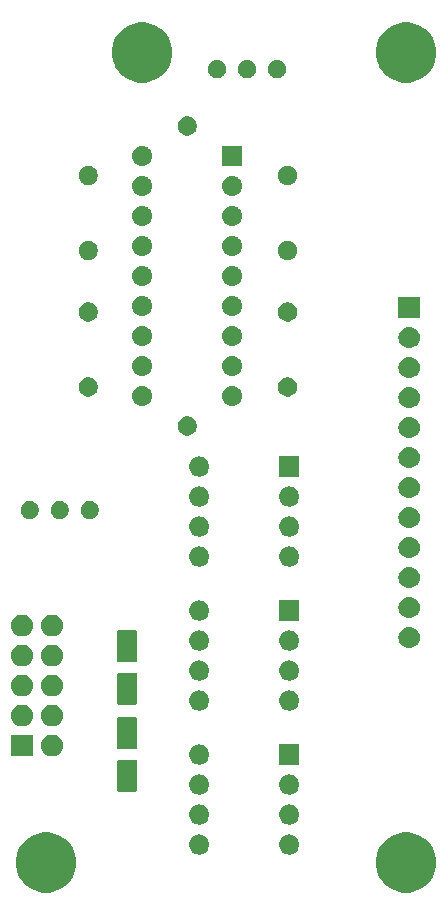
<source format=gbr>
G04 #@! TF.GenerationSoftware,KiCad,Pcbnew,(5.1.4-0-10_14)*
G04 #@! TF.CreationDate,2019-10-08T20:57:53-07:00*
G04 #@! TF.ProjectId,VCF_Main,5643465f-4d61-4696-9e2e-6b696361645f,rev?*
G04 #@! TF.SameCoordinates,Original*
G04 #@! TF.FileFunction,Soldermask,Bot*
G04 #@! TF.FilePolarity,Negative*
%FSLAX46Y46*%
G04 Gerber Fmt 4.6, Leading zero omitted, Abs format (unit mm)*
G04 Created by KiCad (PCBNEW (5.1.4-0-10_14)) date 2019-10-08 20:57:53*
%MOMM*%
%LPD*%
G04 APERTURE LIST*
%ADD10C,0.100000*%
G04 APERTURE END LIST*
D10*
G36*
X103614098Y-152487033D02*
G01*
X104078350Y-152679332D01*
X104078352Y-152679333D01*
X104496168Y-152958509D01*
X104851491Y-153313832D01*
X105130667Y-153731648D01*
X105130668Y-153731650D01*
X105322967Y-154195902D01*
X105421000Y-154688747D01*
X105421000Y-155191253D01*
X105322967Y-155684098D01*
X105130668Y-156148350D01*
X105130667Y-156148352D01*
X104851491Y-156566168D01*
X104496168Y-156921491D01*
X104078352Y-157200667D01*
X104078351Y-157200668D01*
X104078350Y-157200668D01*
X103614098Y-157392967D01*
X103121253Y-157491000D01*
X102618747Y-157491000D01*
X102125902Y-157392967D01*
X101661650Y-157200668D01*
X101661649Y-157200668D01*
X101661648Y-157200667D01*
X101243832Y-156921491D01*
X100888509Y-156566168D01*
X100609333Y-156148352D01*
X100609332Y-156148350D01*
X100417033Y-155684098D01*
X100319000Y-155191253D01*
X100319000Y-154688747D01*
X100417033Y-154195902D01*
X100609332Y-153731650D01*
X100609333Y-153731648D01*
X100888509Y-153313832D01*
X101243832Y-152958509D01*
X101661648Y-152679333D01*
X101661650Y-152679332D01*
X102125902Y-152487033D01*
X102618747Y-152389000D01*
X103121253Y-152389000D01*
X103614098Y-152487033D01*
X103614098Y-152487033D01*
G37*
G36*
X73134098Y-152487033D02*
G01*
X73598350Y-152679332D01*
X73598352Y-152679333D01*
X74016168Y-152958509D01*
X74371491Y-153313832D01*
X74650667Y-153731648D01*
X74650668Y-153731650D01*
X74842967Y-154195902D01*
X74941000Y-154688747D01*
X74941000Y-155191253D01*
X74842967Y-155684098D01*
X74650668Y-156148350D01*
X74650667Y-156148352D01*
X74371491Y-156566168D01*
X74016168Y-156921491D01*
X73598352Y-157200667D01*
X73598351Y-157200668D01*
X73598350Y-157200668D01*
X73134098Y-157392967D01*
X72641253Y-157491000D01*
X72138747Y-157491000D01*
X71645902Y-157392967D01*
X71181650Y-157200668D01*
X71181649Y-157200668D01*
X71181648Y-157200667D01*
X70763832Y-156921491D01*
X70408509Y-156566168D01*
X70129333Y-156148352D01*
X70129332Y-156148350D01*
X69937033Y-155684098D01*
X69839000Y-155191253D01*
X69839000Y-154688747D01*
X69937033Y-154195902D01*
X70129332Y-153731650D01*
X70129333Y-153731648D01*
X70408509Y-153313832D01*
X70763832Y-152958509D01*
X71181648Y-152679333D01*
X71181650Y-152679332D01*
X71645902Y-152487033D01*
X72138747Y-152389000D01*
X72641253Y-152389000D01*
X73134098Y-152487033D01*
X73134098Y-152487033D01*
G37*
G36*
X93130823Y-152577313D02*
G01*
X93291242Y-152625976D01*
X93391064Y-152679332D01*
X93439078Y-152704996D01*
X93568659Y-152811341D01*
X93675004Y-152940922D01*
X93675005Y-152940924D01*
X93754024Y-153088758D01*
X93802687Y-153249177D01*
X93819117Y-153416000D01*
X93802687Y-153582823D01*
X93754024Y-153743242D01*
X93683114Y-153875906D01*
X93675004Y-153891078D01*
X93568659Y-154020659D01*
X93439078Y-154127004D01*
X93439076Y-154127005D01*
X93291242Y-154206024D01*
X93130823Y-154254687D01*
X93005804Y-154267000D01*
X92922196Y-154267000D01*
X92797177Y-154254687D01*
X92636758Y-154206024D01*
X92488924Y-154127005D01*
X92488922Y-154127004D01*
X92359341Y-154020659D01*
X92252996Y-153891078D01*
X92244886Y-153875906D01*
X92173976Y-153743242D01*
X92125313Y-153582823D01*
X92108883Y-153416000D01*
X92125313Y-153249177D01*
X92173976Y-153088758D01*
X92252995Y-152940924D01*
X92252996Y-152940922D01*
X92359341Y-152811341D01*
X92488922Y-152704996D01*
X92536936Y-152679332D01*
X92636758Y-152625976D01*
X92797177Y-152577313D01*
X92922196Y-152565000D01*
X93005804Y-152565000D01*
X93130823Y-152577313D01*
X93130823Y-152577313D01*
G37*
G36*
X85510823Y-152577313D02*
G01*
X85671242Y-152625976D01*
X85771064Y-152679332D01*
X85819078Y-152704996D01*
X85948659Y-152811341D01*
X86055004Y-152940922D01*
X86055005Y-152940924D01*
X86134024Y-153088758D01*
X86182687Y-153249177D01*
X86199117Y-153416000D01*
X86182687Y-153582823D01*
X86134024Y-153743242D01*
X86063114Y-153875906D01*
X86055004Y-153891078D01*
X85948659Y-154020659D01*
X85819078Y-154127004D01*
X85819076Y-154127005D01*
X85671242Y-154206024D01*
X85510823Y-154254687D01*
X85385804Y-154267000D01*
X85302196Y-154267000D01*
X85177177Y-154254687D01*
X85016758Y-154206024D01*
X84868924Y-154127005D01*
X84868922Y-154127004D01*
X84739341Y-154020659D01*
X84632996Y-153891078D01*
X84624886Y-153875906D01*
X84553976Y-153743242D01*
X84505313Y-153582823D01*
X84488883Y-153416000D01*
X84505313Y-153249177D01*
X84553976Y-153088758D01*
X84632995Y-152940924D01*
X84632996Y-152940922D01*
X84739341Y-152811341D01*
X84868922Y-152704996D01*
X84916936Y-152679332D01*
X85016758Y-152625976D01*
X85177177Y-152577313D01*
X85302196Y-152565000D01*
X85385804Y-152565000D01*
X85510823Y-152577313D01*
X85510823Y-152577313D01*
G37*
G36*
X93130823Y-150037313D02*
G01*
X93291242Y-150085976D01*
X93423906Y-150156886D01*
X93439078Y-150164996D01*
X93568659Y-150271341D01*
X93675004Y-150400922D01*
X93675005Y-150400924D01*
X93754024Y-150548758D01*
X93802687Y-150709177D01*
X93819117Y-150876000D01*
X93802687Y-151042823D01*
X93754024Y-151203242D01*
X93683114Y-151335906D01*
X93675004Y-151351078D01*
X93568659Y-151480659D01*
X93439078Y-151587004D01*
X93439076Y-151587005D01*
X93291242Y-151666024D01*
X93130823Y-151714687D01*
X93005804Y-151727000D01*
X92922196Y-151727000D01*
X92797177Y-151714687D01*
X92636758Y-151666024D01*
X92488924Y-151587005D01*
X92488922Y-151587004D01*
X92359341Y-151480659D01*
X92252996Y-151351078D01*
X92244886Y-151335906D01*
X92173976Y-151203242D01*
X92125313Y-151042823D01*
X92108883Y-150876000D01*
X92125313Y-150709177D01*
X92173976Y-150548758D01*
X92252995Y-150400924D01*
X92252996Y-150400922D01*
X92359341Y-150271341D01*
X92488922Y-150164996D01*
X92504094Y-150156886D01*
X92636758Y-150085976D01*
X92797177Y-150037313D01*
X92922196Y-150025000D01*
X93005804Y-150025000D01*
X93130823Y-150037313D01*
X93130823Y-150037313D01*
G37*
G36*
X85510823Y-150037313D02*
G01*
X85671242Y-150085976D01*
X85803906Y-150156886D01*
X85819078Y-150164996D01*
X85948659Y-150271341D01*
X86055004Y-150400922D01*
X86055005Y-150400924D01*
X86134024Y-150548758D01*
X86182687Y-150709177D01*
X86199117Y-150876000D01*
X86182687Y-151042823D01*
X86134024Y-151203242D01*
X86063114Y-151335906D01*
X86055004Y-151351078D01*
X85948659Y-151480659D01*
X85819078Y-151587004D01*
X85819076Y-151587005D01*
X85671242Y-151666024D01*
X85510823Y-151714687D01*
X85385804Y-151727000D01*
X85302196Y-151727000D01*
X85177177Y-151714687D01*
X85016758Y-151666024D01*
X84868924Y-151587005D01*
X84868922Y-151587004D01*
X84739341Y-151480659D01*
X84632996Y-151351078D01*
X84624886Y-151335906D01*
X84553976Y-151203242D01*
X84505313Y-151042823D01*
X84488883Y-150876000D01*
X84505313Y-150709177D01*
X84553976Y-150548758D01*
X84632995Y-150400924D01*
X84632996Y-150400922D01*
X84739341Y-150271341D01*
X84868922Y-150164996D01*
X84884094Y-150156886D01*
X85016758Y-150085976D01*
X85177177Y-150037313D01*
X85302196Y-150025000D01*
X85385804Y-150025000D01*
X85510823Y-150037313D01*
X85510823Y-150037313D01*
G37*
G36*
X85510823Y-147497313D02*
G01*
X85671242Y-147545976D01*
X85803906Y-147616886D01*
X85819078Y-147624996D01*
X85948659Y-147731341D01*
X86055004Y-147860922D01*
X86055005Y-147860924D01*
X86134024Y-148008758D01*
X86182687Y-148169177D01*
X86199117Y-148336000D01*
X86182687Y-148502823D01*
X86134024Y-148663242D01*
X86124498Y-148681063D01*
X86055004Y-148811078D01*
X85948659Y-148940659D01*
X85819078Y-149047004D01*
X85819076Y-149047005D01*
X85671242Y-149126024D01*
X85510823Y-149174687D01*
X85385804Y-149187000D01*
X85302196Y-149187000D01*
X85177177Y-149174687D01*
X85016758Y-149126024D01*
X84868924Y-149047005D01*
X84868922Y-149047004D01*
X84739341Y-148940659D01*
X84632996Y-148811078D01*
X84563502Y-148681063D01*
X84553976Y-148663242D01*
X84505313Y-148502823D01*
X84488883Y-148336000D01*
X84505313Y-148169177D01*
X84553976Y-148008758D01*
X84632995Y-147860924D01*
X84632996Y-147860922D01*
X84739341Y-147731341D01*
X84868922Y-147624996D01*
X84884094Y-147616886D01*
X85016758Y-147545976D01*
X85177177Y-147497313D01*
X85302196Y-147485000D01*
X85385804Y-147485000D01*
X85510823Y-147497313D01*
X85510823Y-147497313D01*
G37*
G36*
X93130823Y-147497313D02*
G01*
X93291242Y-147545976D01*
X93423906Y-147616886D01*
X93439078Y-147624996D01*
X93568659Y-147731341D01*
X93675004Y-147860922D01*
X93675005Y-147860924D01*
X93754024Y-148008758D01*
X93802687Y-148169177D01*
X93819117Y-148336000D01*
X93802687Y-148502823D01*
X93754024Y-148663242D01*
X93744498Y-148681063D01*
X93675004Y-148811078D01*
X93568659Y-148940659D01*
X93439078Y-149047004D01*
X93439076Y-149047005D01*
X93291242Y-149126024D01*
X93130823Y-149174687D01*
X93005804Y-149187000D01*
X92922196Y-149187000D01*
X92797177Y-149174687D01*
X92636758Y-149126024D01*
X92488924Y-149047005D01*
X92488922Y-149047004D01*
X92359341Y-148940659D01*
X92252996Y-148811078D01*
X92183502Y-148681063D01*
X92173976Y-148663242D01*
X92125313Y-148502823D01*
X92108883Y-148336000D01*
X92125313Y-148169177D01*
X92173976Y-148008758D01*
X92252995Y-147860924D01*
X92252996Y-147860922D01*
X92359341Y-147731341D01*
X92488922Y-147624996D01*
X92504094Y-147616886D01*
X92636758Y-147545976D01*
X92797177Y-147497313D01*
X92922196Y-147485000D01*
X93005804Y-147485000D01*
X93130823Y-147497313D01*
X93130823Y-147497313D01*
G37*
G36*
X79953997Y-146249051D02*
G01*
X79987652Y-146259261D01*
X80018665Y-146275838D01*
X80045851Y-146298149D01*
X80068162Y-146325335D01*
X80084739Y-146356348D01*
X80094949Y-146390003D01*
X80099000Y-146431138D01*
X80099000Y-148760862D01*
X80094949Y-148801997D01*
X80084739Y-148835652D01*
X80068162Y-148866665D01*
X80045851Y-148893851D01*
X80018665Y-148916162D01*
X79987652Y-148932739D01*
X79953997Y-148942949D01*
X79912862Y-148947000D01*
X78583138Y-148947000D01*
X78542003Y-148942949D01*
X78508348Y-148932739D01*
X78477335Y-148916162D01*
X78450149Y-148893851D01*
X78427838Y-148866665D01*
X78411261Y-148835652D01*
X78401051Y-148801997D01*
X78397000Y-148760862D01*
X78397000Y-146431138D01*
X78401051Y-146390003D01*
X78411261Y-146356348D01*
X78427838Y-146325335D01*
X78450149Y-146298149D01*
X78477335Y-146275838D01*
X78508348Y-146259261D01*
X78542003Y-146249051D01*
X78583138Y-146245000D01*
X79912862Y-146245000D01*
X79953997Y-146249051D01*
X79953997Y-146249051D01*
G37*
G36*
X85510823Y-144957313D02*
G01*
X85671242Y-145005976D01*
X85803906Y-145076886D01*
X85819078Y-145084996D01*
X85948659Y-145191341D01*
X86055004Y-145320922D01*
X86055005Y-145320924D01*
X86134024Y-145468758D01*
X86182687Y-145629177D01*
X86199117Y-145796000D01*
X86182687Y-145962823D01*
X86134024Y-146123242D01*
X86068943Y-146245000D01*
X86055004Y-146271078D01*
X85948659Y-146400659D01*
X85819078Y-146507004D01*
X85819076Y-146507005D01*
X85671242Y-146586024D01*
X85510823Y-146634687D01*
X85385804Y-146647000D01*
X85302196Y-146647000D01*
X85177177Y-146634687D01*
X85016758Y-146586024D01*
X84868924Y-146507005D01*
X84868922Y-146507004D01*
X84739341Y-146400659D01*
X84632996Y-146271078D01*
X84619057Y-146245000D01*
X84553976Y-146123242D01*
X84505313Y-145962823D01*
X84488883Y-145796000D01*
X84505313Y-145629177D01*
X84553976Y-145468758D01*
X84632995Y-145320924D01*
X84632996Y-145320922D01*
X84739341Y-145191341D01*
X84868922Y-145084996D01*
X84884094Y-145076886D01*
X85016758Y-145005976D01*
X85177177Y-144957313D01*
X85302196Y-144945000D01*
X85385804Y-144945000D01*
X85510823Y-144957313D01*
X85510823Y-144957313D01*
G37*
G36*
X93815000Y-146647000D02*
G01*
X92113000Y-146647000D01*
X92113000Y-144945000D01*
X93815000Y-144945000D01*
X93815000Y-146647000D01*
X93815000Y-146647000D01*
G37*
G36*
X71272600Y-145948600D02*
G01*
X69443400Y-145948600D01*
X69443400Y-144119400D01*
X71272600Y-144119400D01*
X71272600Y-145948600D01*
X71272600Y-145948600D01*
G37*
G36*
X73077294Y-144132633D02*
G01*
X73249695Y-144184931D01*
X73408583Y-144269858D01*
X73547849Y-144384151D01*
X73662142Y-144523417D01*
X73747069Y-144682305D01*
X73799367Y-144854706D01*
X73817025Y-145034000D01*
X73799367Y-145213294D01*
X73747069Y-145385695D01*
X73662142Y-145544583D01*
X73547849Y-145683849D01*
X73408583Y-145798142D01*
X73249695Y-145883069D01*
X73077294Y-145935367D01*
X72942931Y-145948600D01*
X72853069Y-145948600D01*
X72718706Y-145935367D01*
X72546305Y-145883069D01*
X72387417Y-145798142D01*
X72248151Y-145683849D01*
X72133858Y-145544583D01*
X72048931Y-145385695D01*
X71996633Y-145213294D01*
X71978975Y-145034000D01*
X71996633Y-144854706D01*
X72048931Y-144682305D01*
X72133858Y-144523417D01*
X72248151Y-144384151D01*
X72387417Y-144269858D01*
X72546305Y-144184931D01*
X72718706Y-144132633D01*
X72853069Y-144119400D01*
X72942931Y-144119400D01*
X73077294Y-144132633D01*
X73077294Y-144132633D01*
G37*
G36*
X79953997Y-142649051D02*
G01*
X79987652Y-142659261D01*
X80018665Y-142675838D01*
X80045851Y-142698149D01*
X80068162Y-142725335D01*
X80084739Y-142756348D01*
X80094949Y-142790003D01*
X80099000Y-142831138D01*
X80099000Y-145160862D01*
X80094949Y-145201997D01*
X80084739Y-145235652D01*
X80068162Y-145266665D01*
X80045851Y-145293851D01*
X80018665Y-145316162D01*
X79987652Y-145332739D01*
X79953997Y-145342949D01*
X79912862Y-145347000D01*
X78583138Y-145347000D01*
X78542003Y-145342949D01*
X78508348Y-145332739D01*
X78477335Y-145316162D01*
X78450149Y-145293851D01*
X78427838Y-145266665D01*
X78411261Y-145235652D01*
X78401051Y-145201997D01*
X78397000Y-145160862D01*
X78397000Y-142831138D01*
X78401051Y-142790003D01*
X78411261Y-142756348D01*
X78427838Y-142725335D01*
X78450149Y-142698149D01*
X78477335Y-142675838D01*
X78508348Y-142659261D01*
X78542003Y-142649051D01*
X78583138Y-142645000D01*
X79912862Y-142645000D01*
X79953997Y-142649051D01*
X79953997Y-142649051D01*
G37*
G36*
X73077294Y-141592633D02*
G01*
X73249695Y-141644931D01*
X73408583Y-141729858D01*
X73547849Y-141844151D01*
X73662142Y-141983417D01*
X73747069Y-142142305D01*
X73799367Y-142314706D01*
X73817025Y-142494000D01*
X73799367Y-142673294D01*
X73747069Y-142845695D01*
X73662142Y-143004583D01*
X73547849Y-143143849D01*
X73408583Y-143258142D01*
X73249695Y-143343069D01*
X73077294Y-143395367D01*
X72942931Y-143408600D01*
X72853069Y-143408600D01*
X72718706Y-143395367D01*
X72546305Y-143343069D01*
X72387417Y-143258142D01*
X72248151Y-143143849D01*
X72133858Y-143004583D01*
X72048931Y-142845695D01*
X71996633Y-142673294D01*
X71978975Y-142494000D01*
X71996633Y-142314706D01*
X72048931Y-142142305D01*
X72133858Y-141983417D01*
X72248151Y-141844151D01*
X72387417Y-141729858D01*
X72546305Y-141644931D01*
X72718706Y-141592633D01*
X72853069Y-141579400D01*
X72942931Y-141579400D01*
X73077294Y-141592633D01*
X73077294Y-141592633D01*
G37*
G36*
X70537294Y-141592633D02*
G01*
X70709695Y-141644931D01*
X70868583Y-141729858D01*
X71007849Y-141844151D01*
X71122142Y-141983417D01*
X71207069Y-142142305D01*
X71259367Y-142314706D01*
X71277025Y-142494000D01*
X71259367Y-142673294D01*
X71207069Y-142845695D01*
X71122142Y-143004583D01*
X71007849Y-143143849D01*
X70868583Y-143258142D01*
X70709695Y-143343069D01*
X70537294Y-143395367D01*
X70402931Y-143408600D01*
X70313069Y-143408600D01*
X70178706Y-143395367D01*
X70006305Y-143343069D01*
X69847417Y-143258142D01*
X69708151Y-143143849D01*
X69593858Y-143004583D01*
X69508931Y-142845695D01*
X69456633Y-142673294D01*
X69438975Y-142494000D01*
X69456633Y-142314706D01*
X69508931Y-142142305D01*
X69593858Y-141983417D01*
X69708151Y-141844151D01*
X69847417Y-141729858D01*
X70006305Y-141644931D01*
X70178706Y-141592633D01*
X70313069Y-141579400D01*
X70402931Y-141579400D01*
X70537294Y-141592633D01*
X70537294Y-141592633D01*
G37*
G36*
X93130823Y-140385313D02*
G01*
X93291242Y-140433976D01*
X93423906Y-140504886D01*
X93439078Y-140512996D01*
X93568659Y-140619341D01*
X93675004Y-140748922D01*
X93675005Y-140748924D01*
X93754024Y-140896758D01*
X93802687Y-141057177D01*
X93819117Y-141224000D01*
X93802687Y-141390823D01*
X93754024Y-141551242D01*
X93683114Y-141683906D01*
X93675004Y-141699078D01*
X93568659Y-141828659D01*
X93439078Y-141935004D01*
X93439076Y-141935005D01*
X93291242Y-142014024D01*
X93130823Y-142062687D01*
X93005804Y-142075000D01*
X92922196Y-142075000D01*
X92797177Y-142062687D01*
X92636758Y-142014024D01*
X92488924Y-141935005D01*
X92488922Y-141935004D01*
X92359341Y-141828659D01*
X92252996Y-141699078D01*
X92244886Y-141683906D01*
X92173976Y-141551242D01*
X92125313Y-141390823D01*
X92108883Y-141224000D01*
X92125313Y-141057177D01*
X92173976Y-140896758D01*
X92252995Y-140748924D01*
X92252996Y-140748922D01*
X92359341Y-140619341D01*
X92488922Y-140512996D01*
X92504094Y-140504886D01*
X92636758Y-140433976D01*
X92797177Y-140385313D01*
X92922196Y-140373000D01*
X93005804Y-140373000D01*
X93130823Y-140385313D01*
X93130823Y-140385313D01*
G37*
G36*
X85510823Y-140385313D02*
G01*
X85671242Y-140433976D01*
X85803906Y-140504886D01*
X85819078Y-140512996D01*
X85948659Y-140619341D01*
X86055004Y-140748922D01*
X86055005Y-140748924D01*
X86134024Y-140896758D01*
X86182687Y-141057177D01*
X86199117Y-141224000D01*
X86182687Y-141390823D01*
X86134024Y-141551242D01*
X86063114Y-141683906D01*
X86055004Y-141699078D01*
X85948659Y-141828659D01*
X85819078Y-141935004D01*
X85819076Y-141935005D01*
X85671242Y-142014024D01*
X85510823Y-142062687D01*
X85385804Y-142075000D01*
X85302196Y-142075000D01*
X85177177Y-142062687D01*
X85016758Y-142014024D01*
X84868924Y-141935005D01*
X84868922Y-141935004D01*
X84739341Y-141828659D01*
X84632996Y-141699078D01*
X84624886Y-141683906D01*
X84553976Y-141551242D01*
X84505313Y-141390823D01*
X84488883Y-141224000D01*
X84505313Y-141057177D01*
X84553976Y-140896758D01*
X84632995Y-140748924D01*
X84632996Y-140748922D01*
X84739341Y-140619341D01*
X84868922Y-140512996D01*
X84884094Y-140504886D01*
X85016758Y-140433976D01*
X85177177Y-140385313D01*
X85302196Y-140373000D01*
X85385804Y-140373000D01*
X85510823Y-140385313D01*
X85510823Y-140385313D01*
G37*
G36*
X79953997Y-138883051D02*
G01*
X79987652Y-138893261D01*
X80018665Y-138909838D01*
X80045851Y-138932149D01*
X80068162Y-138959335D01*
X80084739Y-138990348D01*
X80094949Y-139024003D01*
X80099000Y-139065138D01*
X80099000Y-141394862D01*
X80094949Y-141435997D01*
X80084739Y-141469652D01*
X80068162Y-141500665D01*
X80045851Y-141527851D01*
X80018665Y-141550162D01*
X79987652Y-141566739D01*
X79953997Y-141576949D01*
X79912862Y-141581000D01*
X78583138Y-141581000D01*
X78542003Y-141576949D01*
X78508348Y-141566739D01*
X78477335Y-141550162D01*
X78450149Y-141527851D01*
X78427838Y-141500665D01*
X78411261Y-141469652D01*
X78401051Y-141435997D01*
X78397000Y-141394862D01*
X78397000Y-139065138D01*
X78401051Y-139024003D01*
X78411261Y-138990348D01*
X78427838Y-138959335D01*
X78450149Y-138932149D01*
X78477335Y-138909838D01*
X78508348Y-138893261D01*
X78542003Y-138883051D01*
X78583138Y-138879000D01*
X79912862Y-138879000D01*
X79953997Y-138883051D01*
X79953997Y-138883051D01*
G37*
G36*
X73077294Y-139052633D02*
G01*
X73249695Y-139104931D01*
X73408583Y-139189858D01*
X73547849Y-139304151D01*
X73662142Y-139443417D01*
X73747069Y-139602305D01*
X73799367Y-139774706D01*
X73817025Y-139954000D01*
X73799367Y-140133294D01*
X73747069Y-140305695D01*
X73662142Y-140464583D01*
X73547849Y-140603849D01*
X73408583Y-140718142D01*
X73249695Y-140803069D01*
X73077294Y-140855367D01*
X72942931Y-140868600D01*
X72853069Y-140868600D01*
X72718706Y-140855367D01*
X72546305Y-140803069D01*
X72387417Y-140718142D01*
X72248151Y-140603849D01*
X72133858Y-140464583D01*
X72048931Y-140305695D01*
X71996633Y-140133294D01*
X71978975Y-139954000D01*
X71996633Y-139774706D01*
X72048931Y-139602305D01*
X72133858Y-139443417D01*
X72248151Y-139304151D01*
X72387417Y-139189858D01*
X72546305Y-139104931D01*
X72718706Y-139052633D01*
X72853069Y-139039400D01*
X72942931Y-139039400D01*
X73077294Y-139052633D01*
X73077294Y-139052633D01*
G37*
G36*
X70537294Y-139052633D02*
G01*
X70709695Y-139104931D01*
X70868583Y-139189858D01*
X71007849Y-139304151D01*
X71122142Y-139443417D01*
X71207069Y-139602305D01*
X71259367Y-139774706D01*
X71277025Y-139954000D01*
X71259367Y-140133294D01*
X71207069Y-140305695D01*
X71122142Y-140464583D01*
X71007849Y-140603849D01*
X70868583Y-140718142D01*
X70709695Y-140803069D01*
X70537294Y-140855367D01*
X70402931Y-140868600D01*
X70313069Y-140868600D01*
X70178706Y-140855367D01*
X70006305Y-140803069D01*
X69847417Y-140718142D01*
X69708151Y-140603849D01*
X69593858Y-140464583D01*
X69508931Y-140305695D01*
X69456633Y-140133294D01*
X69438975Y-139954000D01*
X69456633Y-139774706D01*
X69508931Y-139602305D01*
X69593858Y-139443417D01*
X69708151Y-139304151D01*
X69847417Y-139189858D01*
X70006305Y-139104931D01*
X70178706Y-139052633D01*
X70313069Y-139039400D01*
X70402931Y-139039400D01*
X70537294Y-139052633D01*
X70537294Y-139052633D01*
G37*
G36*
X93130823Y-137845313D02*
G01*
X93291242Y-137893976D01*
X93416180Y-137960757D01*
X93439078Y-137972996D01*
X93568659Y-138079341D01*
X93675004Y-138208922D01*
X93675005Y-138208924D01*
X93754024Y-138356758D01*
X93802687Y-138517177D01*
X93819117Y-138684000D01*
X93802687Y-138850823D01*
X93754024Y-139011242D01*
X93683114Y-139143906D01*
X93675004Y-139159078D01*
X93568659Y-139288659D01*
X93439078Y-139395004D01*
X93439076Y-139395005D01*
X93291242Y-139474024D01*
X93130823Y-139522687D01*
X93005804Y-139535000D01*
X92922196Y-139535000D01*
X92797177Y-139522687D01*
X92636758Y-139474024D01*
X92488924Y-139395005D01*
X92488922Y-139395004D01*
X92359341Y-139288659D01*
X92252996Y-139159078D01*
X92244886Y-139143906D01*
X92173976Y-139011242D01*
X92125313Y-138850823D01*
X92108883Y-138684000D01*
X92125313Y-138517177D01*
X92173976Y-138356758D01*
X92252995Y-138208924D01*
X92252996Y-138208922D01*
X92359341Y-138079341D01*
X92488922Y-137972996D01*
X92511820Y-137960757D01*
X92636758Y-137893976D01*
X92797177Y-137845313D01*
X92922196Y-137833000D01*
X93005804Y-137833000D01*
X93130823Y-137845313D01*
X93130823Y-137845313D01*
G37*
G36*
X85510823Y-137845313D02*
G01*
X85671242Y-137893976D01*
X85796180Y-137960757D01*
X85819078Y-137972996D01*
X85948659Y-138079341D01*
X86055004Y-138208922D01*
X86055005Y-138208924D01*
X86134024Y-138356758D01*
X86182687Y-138517177D01*
X86199117Y-138684000D01*
X86182687Y-138850823D01*
X86134024Y-139011242D01*
X86063114Y-139143906D01*
X86055004Y-139159078D01*
X85948659Y-139288659D01*
X85819078Y-139395004D01*
X85819076Y-139395005D01*
X85671242Y-139474024D01*
X85510823Y-139522687D01*
X85385804Y-139535000D01*
X85302196Y-139535000D01*
X85177177Y-139522687D01*
X85016758Y-139474024D01*
X84868924Y-139395005D01*
X84868922Y-139395004D01*
X84739341Y-139288659D01*
X84632996Y-139159078D01*
X84624886Y-139143906D01*
X84553976Y-139011242D01*
X84505313Y-138850823D01*
X84488883Y-138684000D01*
X84505313Y-138517177D01*
X84553976Y-138356758D01*
X84632995Y-138208924D01*
X84632996Y-138208922D01*
X84739341Y-138079341D01*
X84868922Y-137972996D01*
X84891820Y-137960757D01*
X85016758Y-137893976D01*
X85177177Y-137845313D01*
X85302196Y-137833000D01*
X85385804Y-137833000D01*
X85510823Y-137845313D01*
X85510823Y-137845313D01*
G37*
G36*
X70537294Y-136512633D02*
G01*
X70709695Y-136564931D01*
X70868583Y-136649858D01*
X71007849Y-136764151D01*
X71122142Y-136903417D01*
X71207069Y-137062305D01*
X71259367Y-137234706D01*
X71277025Y-137414000D01*
X71259367Y-137593294D01*
X71207069Y-137765695D01*
X71122142Y-137924583D01*
X71007849Y-138063849D01*
X70868583Y-138178142D01*
X70709695Y-138263069D01*
X70537294Y-138315367D01*
X70402931Y-138328600D01*
X70313069Y-138328600D01*
X70178706Y-138315367D01*
X70006305Y-138263069D01*
X69847417Y-138178142D01*
X69708151Y-138063849D01*
X69593858Y-137924583D01*
X69508931Y-137765695D01*
X69456633Y-137593294D01*
X69438975Y-137414000D01*
X69456633Y-137234706D01*
X69508931Y-137062305D01*
X69593858Y-136903417D01*
X69708151Y-136764151D01*
X69847417Y-136649858D01*
X70006305Y-136564931D01*
X70178706Y-136512633D01*
X70313069Y-136499400D01*
X70402931Y-136499400D01*
X70537294Y-136512633D01*
X70537294Y-136512633D01*
G37*
G36*
X73077294Y-136512633D02*
G01*
X73249695Y-136564931D01*
X73408583Y-136649858D01*
X73547849Y-136764151D01*
X73662142Y-136903417D01*
X73747069Y-137062305D01*
X73799367Y-137234706D01*
X73817025Y-137414000D01*
X73799367Y-137593294D01*
X73747069Y-137765695D01*
X73662142Y-137924583D01*
X73547849Y-138063849D01*
X73408583Y-138178142D01*
X73249695Y-138263069D01*
X73077294Y-138315367D01*
X72942931Y-138328600D01*
X72853069Y-138328600D01*
X72718706Y-138315367D01*
X72546305Y-138263069D01*
X72387417Y-138178142D01*
X72248151Y-138063849D01*
X72133858Y-137924583D01*
X72048931Y-137765695D01*
X71996633Y-137593294D01*
X71978975Y-137414000D01*
X71996633Y-137234706D01*
X72048931Y-137062305D01*
X72133858Y-136903417D01*
X72248151Y-136764151D01*
X72387417Y-136649858D01*
X72546305Y-136564931D01*
X72718706Y-136512633D01*
X72853069Y-136499400D01*
X72942931Y-136499400D01*
X73077294Y-136512633D01*
X73077294Y-136512633D01*
G37*
G36*
X79953997Y-135283051D02*
G01*
X79987652Y-135293261D01*
X80018665Y-135309838D01*
X80045851Y-135332149D01*
X80068162Y-135359335D01*
X80084739Y-135390348D01*
X80094949Y-135424003D01*
X80099000Y-135465138D01*
X80099000Y-137794862D01*
X80094949Y-137835997D01*
X80084739Y-137869652D01*
X80068162Y-137900665D01*
X80045851Y-137927851D01*
X80018665Y-137950162D01*
X79987652Y-137966739D01*
X79953997Y-137976949D01*
X79912862Y-137981000D01*
X78583138Y-137981000D01*
X78542003Y-137976949D01*
X78508348Y-137966739D01*
X78477335Y-137950162D01*
X78450149Y-137927851D01*
X78427838Y-137900665D01*
X78411261Y-137869652D01*
X78401051Y-137835997D01*
X78397000Y-137794862D01*
X78397000Y-135465138D01*
X78401051Y-135424003D01*
X78411261Y-135390348D01*
X78427838Y-135359335D01*
X78450149Y-135332149D01*
X78477335Y-135309838D01*
X78508348Y-135293261D01*
X78542003Y-135283051D01*
X78583138Y-135279000D01*
X79912862Y-135279000D01*
X79953997Y-135283051D01*
X79953997Y-135283051D01*
G37*
G36*
X85510823Y-135305313D02*
G01*
X85671242Y-135353976D01*
X85802253Y-135424003D01*
X85819078Y-135432996D01*
X85948659Y-135539341D01*
X86055004Y-135668922D01*
X86055005Y-135668924D01*
X86134024Y-135816758D01*
X86182687Y-135977177D01*
X86199117Y-136144000D01*
X86182687Y-136310823D01*
X86134024Y-136471242D01*
X86063114Y-136603906D01*
X86055004Y-136619078D01*
X85948659Y-136748659D01*
X85819078Y-136855004D01*
X85819076Y-136855005D01*
X85671242Y-136934024D01*
X85510823Y-136982687D01*
X85385804Y-136995000D01*
X85302196Y-136995000D01*
X85177177Y-136982687D01*
X85016758Y-136934024D01*
X84868924Y-136855005D01*
X84868922Y-136855004D01*
X84739341Y-136748659D01*
X84632996Y-136619078D01*
X84624886Y-136603906D01*
X84553976Y-136471242D01*
X84505313Y-136310823D01*
X84488883Y-136144000D01*
X84505313Y-135977177D01*
X84553976Y-135816758D01*
X84632995Y-135668924D01*
X84632996Y-135668922D01*
X84739341Y-135539341D01*
X84868922Y-135432996D01*
X84885747Y-135424003D01*
X85016758Y-135353976D01*
X85177177Y-135305313D01*
X85302196Y-135293000D01*
X85385804Y-135293000D01*
X85510823Y-135305313D01*
X85510823Y-135305313D01*
G37*
G36*
X93130823Y-135305313D02*
G01*
X93291242Y-135353976D01*
X93422253Y-135424003D01*
X93439078Y-135432996D01*
X93568659Y-135539341D01*
X93675004Y-135668922D01*
X93675005Y-135668924D01*
X93754024Y-135816758D01*
X93802687Y-135977177D01*
X93819117Y-136144000D01*
X93802687Y-136310823D01*
X93754024Y-136471242D01*
X93683114Y-136603906D01*
X93675004Y-136619078D01*
X93568659Y-136748659D01*
X93439078Y-136855004D01*
X93439076Y-136855005D01*
X93291242Y-136934024D01*
X93130823Y-136982687D01*
X93005804Y-136995000D01*
X92922196Y-136995000D01*
X92797177Y-136982687D01*
X92636758Y-136934024D01*
X92488924Y-136855005D01*
X92488922Y-136855004D01*
X92359341Y-136748659D01*
X92252996Y-136619078D01*
X92244886Y-136603906D01*
X92173976Y-136471242D01*
X92125313Y-136310823D01*
X92108883Y-136144000D01*
X92125313Y-135977177D01*
X92173976Y-135816758D01*
X92252995Y-135668924D01*
X92252996Y-135668922D01*
X92359341Y-135539341D01*
X92488922Y-135432996D01*
X92505747Y-135424003D01*
X92636758Y-135353976D01*
X92797177Y-135305313D01*
X92922196Y-135293000D01*
X93005804Y-135293000D01*
X93130823Y-135305313D01*
X93130823Y-135305313D01*
G37*
G36*
X103234442Y-134995518D02*
G01*
X103300627Y-135002037D01*
X103470466Y-135053557D01*
X103626991Y-135137222D01*
X103662729Y-135166552D01*
X103764186Y-135249814D01*
X103847448Y-135351271D01*
X103876778Y-135387009D01*
X103960443Y-135543534D01*
X104011963Y-135713373D01*
X104029359Y-135890000D01*
X104011963Y-136066627D01*
X103960443Y-136236466D01*
X103876778Y-136392991D01*
X103847448Y-136428729D01*
X103764186Y-136530186D01*
X103662729Y-136613448D01*
X103626991Y-136642778D01*
X103470466Y-136726443D01*
X103300627Y-136777963D01*
X103234442Y-136784482D01*
X103168260Y-136791000D01*
X103079740Y-136791000D01*
X103013558Y-136784482D01*
X102947373Y-136777963D01*
X102777534Y-136726443D01*
X102621009Y-136642778D01*
X102585271Y-136613448D01*
X102483814Y-136530186D01*
X102400552Y-136428729D01*
X102371222Y-136392991D01*
X102287557Y-136236466D01*
X102236037Y-136066627D01*
X102218641Y-135890000D01*
X102236037Y-135713373D01*
X102287557Y-135543534D01*
X102371222Y-135387009D01*
X102400552Y-135351271D01*
X102483814Y-135249814D01*
X102585271Y-135166552D01*
X102621009Y-135137222D01*
X102777534Y-135053557D01*
X102947373Y-135002037D01*
X103013558Y-134995518D01*
X103079740Y-134989000D01*
X103168260Y-134989000D01*
X103234442Y-134995518D01*
X103234442Y-134995518D01*
G37*
G36*
X70537294Y-133972633D02*
G01*
X70709695Y-134024931D01*
X70868583Y-134109858D01*
X71007849Y-134224151D01*
X71122142Y-134363417D01*
X71207069Y-134522305D01*
X71259367Y-134694706D01*
X71277025Y-134874000D01*
X71259367Y-135053294D01*
X71207069Y-135225695D01*
X71122142Y-135384583D01*
X71007849Y-135523849D01*
X70868583Y-135638142D01*
X70709695Y-135723069D01*
X70537294Y-135775367D01*
X70402931Y-135788600D01*
X70313069Y-135788600D01*
X70178706Y-135775367D01*
X70006305Y-135723069D01*
X69847417Y-135638142D01*
X69708151Y-135523849D01*
X69593858Y-135384583D01*
X69508931Y-135225695D01*
X69456633Y-135053294D01*
X69438975Y-134874000D01*
X69456633Y-134694706D01*
X69508931Y-134522305D01*
X69593858Y-134363417D01*
X69708151Y-134224151D01*
X69847417Y-134109858D01*
X70006305Y-134024931D01*
X70178706Y-133972633D01*
X70313069Y-133959400D01*
X70402931Y-133959400D01*
X70537294Y-133972633D01*
X70537294Y-133972633D01*
G37*
G36*
X73077294Y-133972633D02*
G01*
X73249695Y-134024931D01*
X73408583Y-134109858D01*
X73547849Y-134224151D01*
X73662142Y-134363417D01*
X73747069Y-134522305D01*
X73799367Y-134694706D01*
X73817025Y-134874000D01*
X73799367Y-135053294D01*
X73747069Y-135225695D01*
X73662142Y-135384583D01*
X73547849Y-135523849D01*
X73408583Y-135638142D01*
X73249695Y-135723069D01*
X73077294Y-135775367D01*
X72942931Y-135788600D01*
X72853069Y-135788600D01*
X72718706Y-135775367D01*
X72546305Y-135723069D01*
X72387417Y-135638142D01*
X72248151Y-135523849D01*
X72133858Y-135384583D01*
X72048931Y-135225695D01*
X71996633Y-135053294D01*
X71978975Y-134874000D01*
X71996633Y-134694706D01*
X72048931Y-134522305D01*
X72133858Y-134363417D01*
X72248151Y-134224151D01*
X72387417Y-134109858D01*
X72546305Y-134024931D01*
X72718706Y-133972633D01*
X72853069Y-133959400D01*
X72942931Y-133959400D01*
X73077294Y-133972633D01*
X73077294Y-133972633D01*
G37*
G36*
X93815000Y-134455000D02*
G01*
X92113000Y-134455000D01*
X92113000Y-132753000D01*
X93815000Y-132753000D01*
X93815000Y-134455000D01*
X93815000Y-134455000D01*
G37*
G36*
X85510823Y-132765313D02*
G01*
X85671242Y-132813976D01*
X85803906Y-132884886D01*
X85819078Y-132892996D01*
X85948659Y-132999341D01*
X86055004Y-133128922D01*
X86055005Y-133128924D01*
X86134024Y-133276758D01*
X86182687Y-133437177D01*
X86199117Y-133604000D01*
X86182687Y-133770823D01*
X86134024Y-133931242D01*
X86063114Y-134063906D01*
X86055004Y-134079078D01*
X85948659Y-134208659D01*
X85819078Y-134315004D01*
X85819076Y-134315005D01*
X85671242Y-134394024D01*
X85510823Y-134442687D01*
X85385804Y-134455000D01*
X85302196Y-134455000D01*
X85177177Y-134442687D01*
X85016758Y-134394024D01*
X84868924Y-134315005D01*
X84868922Y-134315004D01*
X84739341Y-134208659D01*
X84632996Y-134079078D01*
X84624886Y-134063906D01*
X84553976Y-133931242D01*
X84505313Y-133770823D01*
X84488883Y-133604000D01*
X84505313Y-133437177D01*
X84553976Y-133276758D01*
X84632995Y-133128924D01*
X84632996Y-133128922D01*
X84739341Y-132999341D01*
X84868922Y-132892996D01*
X84884094Y-132884886D01*
X85016758Y-132813976D01*
X85177177Y-132765313D01*
X85302196Y-132753000D01*
X85385804Y-132753000D01*
X85510823Y-132765313D01*
X85510823Y-132765313D01*
G37*
G36*
X103234442Y-132455518D02*
G01*
X103300627Y-132462037D01*
X103470466Y-132513557D01*
X103626991Y-132597222D01*
X103662729Y-132626552D01*
X103764186Y-132709814D01*
X103847448Y-132811271D01*
X103876778Y-132847009D01*
X103960443Y-133003534D01*
X104011963Y-133173373D01*
X104029359Y-133350000D01*
X104011963Y-133526627D01*
X103960443Y-133696466D01*
X103876778Y-133852991D01*
X103847448Y-133888729D01*
X103764186Y-133990186D01*
X103662729Y-134073448D01*
X103626991Y-134102778D01*
X103470466Y-134186443D01*
X103300627Y-134237963D01*
X103234443Y-134244481D01*
X103168260Y-134251000D01*
X103079740Y-134251000D01*
X103013557Y-134244481D01*
X102947373Y-134237963D01*
X102777534Y-134186443D01*
X102621009Y-134102778D01*
X102585271Y-134073448D01*
X102483814Y-133990186D01*
X102400552Y-133888729D01*
X102371222Y-133852991D01*
X102287557Y-133696466D01*
X102236037Y-133526627D01*
X102218641Y-133350000D01*
X102236037Y-133173373D01*
X102287557Y-133003534D01*
X102371222Y-132847009D01*
X102400552Y-132811271D01*
X102483814Y-132709814D01*
X102585271Y-132626552D01*
X102621009Y-132597222D01*
X102777534Y-132513557D01*
X102947373Y-132462037D01*
X103013558Y-132455518D01*
X103079740Y-132449000D01*
X103168260Y-132449000D01*
X103234442Y-132455518D01*
X103234442Y-132455518D01*
G37*
G36*
X103234442Y-129915518D02*
G01*
X103300627Y-129922037D01*
X103470466Y-129973557D01*
X103626991Y-130057222D01*
X103662729Y-130086552D01*
X103764186Y-130169814D01*
X103847448Y-130271271D01*
X103876778Y-130307009D01*
X103960443Y-130463534D01*
X104011963Y-130633373D01*
X104029359Y-130810000D01*
X104011963Y-130986627D01*
X103960443Y-131156466D01*
X103876778Y-131312991D01*
X103847448Y-131348729D01*
X103764186Y-131450186D01*
X103662729Y-131533448D01*
X103626991Y-131562778D01*
X103470466Y-131646443D01*
X103300627Y-131697963D01*
X103234443Y-131704481D01*
X103168260Y-131711000D01*
X103079740Y-131711000D01*
X103013557Y-131704481D01*
X102947373Y-131697963D01*
X102777534Y-131646443D01*
X102621009Y-131562778D01*
X102585271Y-131533448D01*
X102483814Y-131450186D01*
X102400552Y-131348729D01*
X102371222Y-131312991D01*
X102287557Y-131156466D01*
X102236037Y-130986627D01*
X102218641Y-130810000D01*
X102236037Y-130633373D01*
X102287557Y-130463534D01*
X102371222Y-130307009D01*
X102400552Y-130271271D01*
X102483814Y-130169814D01*
X102585271Y-130086552D01*
X102621009Y-130057222D01*
X102777534Y-129973557D01*
X102947373Y-129922037D01*
X103013558Y-129915518D01*
X103079740Y-129909000D01*
X103168260Y-129909000D01*
X103234442Y-129915518D01*
X103234442Y-129915518D01*
G37*
G36*
X85510823Y-128193313D02*
G01*
X85671242Y-128241976D01*
X85803906Y-128312886D01*
X85819078Y-128320996D01*
X85948659Y-128427341D01*
X86055004Y-128556922D01*
X86055005Y-128556924D01*
X86134024Y-128704758D01*
X86182687Y-128865177D01*
X86199117Y-129032000D01*
X86182687Y-129198823D01*
X86134024Y-129359242D01*
X86063114Y-129491906D01*
X86055004Y-129507078D01*
X85948659Y-129636659D01*
X85819078Y-129743004D01*
X85819076Y-129743005D01*
X85671242Y-129822024D01*
X85510823Y-129870687D01*
X85385804Y-129883000D01*
X85302196Y-129883000D01*
X85177177Y-129870687D01*
X85016758Y-129822024D01*
X84868924Y-129743005D01*
X84868922Y-129743004D01*
X84739341Y-129636659D01*
X84632996Y-129507078D01*
X84624886Y-129491906D01*
X84553976Y-129359242D01*
X84505313Y-129198823D01*
X84488883Y-129032000D01*
X84505313Y-128865177D01*
X84553976Y-128704758D01*
X84632995Y-128556924D01*
X84632996Y-128556922D01*
X84739341Y-128427341D01*
X84868922Y-128320996D01*
X84884094Y-128312886D01*
X85016758Y-128241976D01*
X85177177Y-128193313D01*
X85302196Y-128181000D01*
X85385804Y-128181000D01*
X85510823Y-128193313D01*
X85510823Y-128193313D01*
G37*
G36*
X93130823Y-128193313D02*
G01*
X93291242Y-128241976D01*
X93423906Y-128312886D01*
X93439078Y-128320996D01*
X93568659Y-128427341D01*
X93675004Y-128556922D01*
X93675005Y-128556924D01*
X93754024Y-128704758D01*
X93802687Y-128865177D01*
X93819117Y-129032000D01*
X93802687Y-129198823D01*
X93754024Y-129359242D01*
X93683114Y-129491906D01*
X93675004Y-129507078D01*
X93568659Y-129636659D01*
X93439078Y-129743004D01*
X93439076Y-129743005D01*
X93291242Y-129822024D01*
X93130823Y-129870687D01*
X93005804Y-129883000D01*
X92922196Y-129883000D01*
X92797177Y-129870687D01*
X92636758Y-129822024D01*
X92488924Y-129743005D01*
X92488922Y-129743004D01*
X92359341Y-129636659D01*
X92252996Y-129507078D01*
X92244886Y-129491906D01*
X92173976Y-129359242D01*
X92125313Y-129198823D01*
X92108883Y-129032000D01*
X92125313Y-128865177D01*
X92173976Y-128704758D01*
X92252995Y-128556924D01*
X92252996Y-128556922D01*
X92359341Y-128427341D01*
X92488922Y-128320996D01*
X92504094Y-128312886D01*
X92636758Y-128241976D01*
X92797177Y-128193313D01*
X92922196Y-128181000D01*
X93005804Y-128181000D01*
X93130823Y-128193313D01*
X93130823Y-128193313D01*
G37*
G36*
X103234442Y-127375518D02*
G01*
X103300627Y-127382037D01*
X103470466Y-127433557D01*
X103626991Y-127517222D01*
X103662729Y-127546552D01*
X103764186Y-127629814D01*
X103847448Y-127731271D01*
X103876778Y-127767009D01*
X103960443Y-127923534D01*
X104011963Y-128093373D01*
X104029359Y-128270000D01*
X104011963Y-128446627D01*
X103960443Y-128616466D01*
X103876778Y-128772991D01*
X103847448Y-128808729D01*
X103764186Y-128910186D01*
X103662729Y-128993448D01*
X103626991Y-129022778D01*
X103470466Y-129106443D01*
X103300627Y-129157963D01*
X103234442Y-129164482D01*
X103168260Y-129171000D01*
X103079740Y-129171000D01*
X103013558Y-129164482D01*
X102947373Y-129157963D01*
X102777534Y-129106443D01*
X102621009Y-129022778D01*
X102585271Y-128993448D01*
X102483814Y-128910186D01*
X102400552Y-128808729D01*
X102371222Y-128772991D01*
X102287557Y-128616466D01*
X102236037Y-128446627D01*
X102218641Y-128270000D01*
X102236037Y-128093373D01*
X102287557Y-127923534D01*
X102371222Y-127767009D01*
X102400552Y-127731271D01*
X102483814Y-127629814D01*
X102585271Y-127546552D01*
X102621009Y-127517222D01*
X102777534Y-127433557D01*
X102947373Y-127382037D01*
X103013558Y-127375518D01*
X103079740Y-127369000D01*
X103168260Y-127369000D01*
X103234442Y-127375518D01*
X103234442Y-127375518D01*
G37*
G36*
X85510823Y-125653313D02*
G01*
X85671242Y-125701976D01*
X85803906Y-125772886D01*
X85819078Y-125780996D01*
X85948659Y-125887341D01*
X86055004Y-126016922D01*
X86055005Y-126016924D01*
X86134024Y-126164758D01*
X86182687Y-126325177D01*
X86199117Y-126492000D01*
X86182687Y-126658823D01*
X86134024Y-126819242D01*
X86063114Y-126951906D01*
X86055004Y-126967078D01*
X85948659Y-127096659D01*
X85819078Y-127203004D01*
X85819076Y-127203005D01*
X85671242Y-127282024D01*
X85510823Y-127330687D01*
X85385804Y-127343000D01*
X85302196Y-127343000D01*
X85177177Y-127330687D01*
X85016758Y-127282024D01*
X84868924Y-127203005D01*
X84868922Y-127203004D01*
X84739341Y-127096659D01*
X84632996Y-126967078D01*
X84624886Y-126951906D01*
X84553976Y-126819242D01*
X84505313Y-126658823D01*
X84488883Y-126492000D01*
X84505313Y-126325177D01*
X84553976Y-126164758D01*
X84632995Y-126016924D01*
X84632996Y-126016922D01*
X84739341Y-125887341D01*
X84868922Y-125780996D01*
X84884094Y-125772886D01*
X85016758Y-125701976D01*
X85177177Y-125653313D01*
X85302196Y-125641000D01*
X85385804Y-125641000D01*
X85510823Y-125653313D01*
X85510823Y-125653313D01*
G37*
G36*
X93130823Y-125653313D02*
G01*
X93291242Y-125701976D01*
X93423906Y-125772886D01*
X93439078Y-125780996D01*
X93568659Y-125887341D01*
X93675004Y-126016922D01*
X93675005Y-126016924D01*
X93754024Y-126164758D01*
X93802687Y-126325177D01*
X93819117Y-126492000D01*
X93802687Y-126658823D01*
X93754024Y-126819242D01*
X93683114Y-126951906D01*
X93675004Y-126967078D01*
X93568659Y-127096659D01*
X93439078Y-127203004D01*
X93439076Y-127203005D01*
X93291242Y-127282024D01*
X93130823Y-127330687D01*
X93005804Y-127343000D01*
X92922196Y-127343000D01*
X92797177Y-127330687D01*
X92636758Y-127282024D01*
X92488924Y-127203005D01*
X92488922Y-127203004D01*
X92359341Y-127096659D01*
X92252996Y-126967078D01*
X92244886Y-126951906D01*
X92173976Y-126819242D01*
X92125313Y-126658823D01*
X92108883Y-126492000D01*
X92125313Y-126325177D01*
X92173976Y-126164758D01*
X92252995Y-126016924D01*
X92252996Y-126016922D01*
X92359341Y-125887341D01*
X92488922Y-125780996D01*
X92504094Y-125772886D01*
X92636758Y-125701976D01*
X92797177Y-125653313D01*
X92922196Y-125641000D01*
X93005804Y-125641000D01*
X93130823Y-125653313D01*
X93130823Y-125653313D01*
G37*
G36*
X103234443Y-124835519D02*
G01*
X103300627Y-124842037D01*
X103470466Y-124893557D01*
X103626991Y-124977222D01*
X103662729Y-125006552D01*
X103764186Y-125089814D01*
X103847448Y-125191271D01*
X103876778Y-125227009D01*
X103960443Y-125383534D01*
X104011963Y-125553373D01*
X104029359Y-125730000D01*
X104011963Y-125906627D01*
X103960443Y-126076466D01*
X103876778Y-126232991D01*
X103847448Y-126268729D01*
X103764186Y-126370186D01*
X103662729Y-126453448D01*
X103626991Y-126482778D01*
X103470466Y-126566443D01*
X103300627Y-126617963D01*
X103234442Y-126624482D01*
X103168260Y-126631000D01*
X103079740Y-126631000D01*
X103013558Y-126624482D01*
X102947373Y-126617963D01*
X102777534Y-126566443D01*
X102621009Y-126482778D01*
X102585271Y-126453448D01*
X102483814Y-126370186D01*
X102400552Y-126268729D01*
X102371222Y-126232991D01*
X102287557Y-126076466D01*
X102236037Y-125906627D01*
X102218641Y-125730000D01*
X102236037Y-125553373D01*
X102287557Y-125383534D01*
X102371222Y-125227009D01*
X102400552Y-125191271D01*
X102483814Y-125089814D01*
X102585271Y-125006552D01*
X102621009Y-124977222D01*
X102777534Y-124893557D01*
X102947373Y-124842037D01*
X103013557Y-124835519D01*
X103079740Y-124829000D01*
X103168260Y-124829000D01*
X103234443Y-124835519D01*
X103234443Y-124835519D01*
G37*
G36*
X76198589Y-124333876D02*
G01*
X76297893Y-124353629D01*
X76438206Y-124411748D01*
X76564484Y-124496125D01*
X76671875Y-124603516D01*
X76756252Y-124729794D01*
X76814371Y-124870107D01*
X76844000Y-125019063D01*
X76844000Y-125170937D01*
X76814371Y-125319893D01*
X76756252Y-125460206D01*
X76671875Y-125586484D01*
X76564484Y-125693875D01*
X76438206Y-125778252D01*
X76297893Y-125836371D01*
X76198589Y-125856124D01*
X76148938Y-125866000D01*
X75997062Y-125866000D01*
X75947411Y-125856124D01*
X75848107Y-125836371D01*
X75707794Y-125778252D01*
X75581516Y-125693875D01*
X75474125Y-125586484D01*
X75389748Y-125460206D01*
X75331629Y-125319893D01*
X75302000Y-125170937D01*
X75302000Y-125019063D01*
X75331629Y-124870107D01*
X75389748Y-124729794D01*
X75474125Y-124603516D01*
X75581516Y-124496125D01*
X75707794Y-124411748D01*
X75848107Y-124353629D01*
X75947411Y-124333876D01*
X75997062Y-124324000D01*
X76148938Y-124324000D01*
X76198589Y-124333876D01*
X76198589Y-124333876D01*
G37*
G36*
X73658589Y-124333876D02*
G01*
X73757893Y-124353629D01*
X73898206Y-124411748D01*
X74024484Y-124496125D01*
X74131875Y-124603516D01*
X74216252Y-124729794D01*
X74274371Y-124870107D01*
X74304000Y-125019063D01*
X74304000Y-125170937D01*
X74274371Y-125319893D01*
X74216252Y-125460206D01*
X74131875Y-125586484D01*
X74024484Y-125693875D01*
X73898206Y-125778252D01*
X73757893Y-125836371D01*
X73658589Y-125856124D01*
X73608938Y-125866000D01*
X73457062Y-125866000D01*
X73407411Y-125856124D01*
X73308107Y-125836371D01*
X73167794Y-125778252D01*
X73041516Y-125693875D01*
X72934125Y-125586484D01*
X72849748Y-125460206D01*
X72791629Y-125319893D01*
X72762000Y-125170937D01*
X72762000Y-125019063D01*
X72791629Y-124870107D01*
X72849748Y-124729794D01*
X72934125Y-124603516D01*
X73041516Y-124496125D01*
X73167794Y-124411748D01*
X73308107Y-124353629D01*
X73407411Y-124333876D01*
X73457062Y-124324000D01*
X73608938Y-124324000D01*
X73658589Y-124333876D01*
X73658589Y-124333876D01*
G37*
G36*
X71118589Y-124333876D02*
G01*
X71217893Y-124353629D01*
X71358206Y-124411748D01*
X71484484Y-124496125D01*
X71591875Y-124603516D01*
X71676252Y-124729794D01*
X71734371Y-124870107D01*
X71764000Y-125019063D01*
X71764000Y-125170937D01*
X71734371Y-125319893D01*
X71676252Y-125460206D01*
X71591875Y-125586484D01*
X71484484Y-125693875D01*
X71358206Y-125778252D01*
X71217893Y-125836371D01*
X71118589Y-125856124D01*
X71068938Y-125866000D01*
X70917062Y-125866000D01*
X70867411Y-125856124D01*
X70768107Y-125836371D01*
X70627794Y-125778252D01*
X70501516Y-125693875D01*
X70394125Y-125586484D01*
X70309748Y-125460206D01*
X70251629Y-125319893D01*
X70222000Y-125170937D01*
X70222000Y-125019063D01*
X70251629Y-124870107D01*
X70309748Y-124729794D01*
X70394125Y-124603516D01*
X70501516Y-124496125D01*
X70627794Y-124411748D01*
X70768107Y-124353629D01*
X70867411Y-124333876D01*
X70917062Y-124324000D01*
X71068938Y-124324000D01*
X71118589Y-124333876D01*
X71118589Y-124333876D01*
G37*
G36*
X93130823Y-123113313D02*
G01*
X93291242Y-123161976D01*
X93423906Y-123232886D01*
X93439078Y-123240996D01*
X93568659Y-123347341D01*
X93675004Y-123476922D01*
X93675005Y-123476924D01*
X93754024Y-123624758D01*
X93802687Y-123785177D01*
X93819117Y-123952000D01*
X93802687Y-124118823D01*
X93754024Y-124279242D01*
X93730100Y-124324000D01*
X93675004Y-124427078D01*
X93568659Y-124556659D01*
X93439078Y-124663004D01*
X93439076Y-124663005D01*
X93291242Y-124742024D01*
X93130823Y-124790687D01*
X93005804Y-124803000D01*
X92922196Y-124803000D01*
X92797177Y-124790687D01*
X92636758Y-124742024D01*
X92488924Y-124663005D01*
X92488922Y-124663004D01*
X92359341Y-124556659D01*
X92252996Y-124427078D01*
X92197900Y-124324000D01*
X92173976Y-124279242D01*
X92125313Y-124118823D01*
X92108883Y-123952000D01*
X92125313Y-123785177D01*
X92173976Y-123624758D01*
X92252995Y-123476924D01*
X92252996Y-123476922D01*
X92359341Y-123347341D01*
X92488922Y-123240996D01*
X92504094Y-123232886D01*
X92636758Y-123161976D01*
X92797177Y-123113313D01*
X92922196Y-123101000D01*
X93005804Y-123101000D01*
X93130823Y-123113313D01*
X93130823Y-123113313D01*
G37*
G36*
X85510823Y-123113313D02*
G01*
X85671242Y-123161976D01*
X85803906Y-123232886D01*
X85819078Y-123240996D01*
X85948659Y-123347341D01*
X86055004Y-123476922D01*
X86055005Y-123476924D01*
X86134024Y-123624758D01*
X86182687Y-123785177D01*
X86199117Y-123952000D01*
X86182687Y-124118823D01*
X86134024Y-124279242D01*
X86110100Y-124324000D01*
X86055004Y-124427078D01*
X85948659Y-124556659D01*
X85819078Y-124663004D01*
X85819076Y-124663005D01*
X85671242Y-124742024D01*
X85510823Y-124790687D01*
X85385804Y-124803000D01*
X85302196Y-124803000D01*
X85177177Y-124790687D01*
X85016758Y-124742024D01*
X84868924Y-124663005D01*
X84868922Y-124663004D01*
X84739341Y-124556659D01*
X84632996Y-124427078D01*
X84577900Y-124324000D01*
X84553976Y-124279242D01*
X84505313Y-124118823D01*
X84488883Y-123952000D01*
X84505313Y-123785177D01*
X84553976Y-123624758D01*
X84632995Y-123476924D01*
X84632996Y-123476922D01*
X84739341Y-123347341D01*
X84868922Y-123240996D01*
X84884094Y-123232886D01*
X85016758Y-123161976D01*
X85177177Y-123113313D01*
X85302196Y-123101000D01*
X85385804Y-123101000D01*
X85510823Y-123113313D01*
X85510823Y-123113313D01*
G37*
G36*
X103234443Y-122295519D02*
G01*
X103300627Y-122302037D01*
X103470466Y-122353557D01*
X103626991Y-122437222D01*
X103662729Y-122466552D01*
X103764186Y-122549814D01*
X103847448Y-122651271D01*
X103876778Y-122687009D01*
X103960443Y-122843534D01*
X104011963Y-123013373D01*
X104029359Y-123190000D01*
X104011963Y-123366627D01*
X103960443Y-123536466D01*
X103876778Y-123692991D01*
X103847448Y-123728729D01*
X103764186Y-123830186D01*
X103662729Y-123913448D01*
X103626991Y-123942778D01*
X103470466Y-124026443D01*
X103300627Y-124077963D01*
X103234442Y-124084482D01*
X103168260Y-124091000D01*
X103079740Y-124091000D01*
X103013558Y-124084482D01*
X102947373Y-124077963D01*
X102777534Y-124026443D01*
X102621009Y-123942778D01*
X102585271Y-123913448D01*
X102483814Y-123830186D01*
X102400552Y-123728729D01*
X102371222Y-123692991D01*
X102287557Y-123536466D01*
X102236037Y-123366627D01*
X102218641Y-123190000D01*
X102236037Y-123013373D01*
X102287557Y-122843534D01*
X102371222Y-122687009D01*
X102400552Y-122651271D01*
X102483814Y-122549814D01*
X102585271Y-122466552D01*
X102621009Y-122437222D01*
X102777534Y-122353557D01*
X102947373Y-122302037D01*
X103013557Y-122295519D01*
X103079740Y-122289000D01*
X103168260Y-122289000D01*
X103234443Y-122295519D01*
X103234443Y-122295519D01*
G37*
G36*
X85510823Y-120573313D02*
G01*
X85671242Y-120621976D01*
X85803906Y-120692886D01*
X85819078Y-120700996D01*
X85948659Y-120807341D01*
X86055004Y-120936922D01*
X86055005Y-120936924D01*
X86134024Y-121084758D01*
X86182687Y-121245177D01*
X86199117Y-121412000D01*
X86182687Y-121578823D01*
X86134024Y-121739242D01*
X86063114Y-121871906D01*
X86055004Y-121887078D01*
X85948659Y-122016659D01*
X85819078Y-122123004D01*
X85819076Y-122123005D01*
X85671242Y-122202024D01*
X85510823Y-122250687D01*
X85385804Y-122263000D01*
X85302196Y-122263000D01*
X85177177Y-122250687D01*
X85016758Y-122202024D01*
X84868924Y-122123005D01*
X84868922Y-122123004D01*
X84739341Y-122016659D01*
X84632996Y-121887078D01*
X84624886Y-121871906D01*
X84553976Y-121739242D01*
X84505313Y-121578823D01*
X84488883Y-121412000D01*
X84505313Y-121245177D01*
X84553976Y-121084758D01*
X84632995Y-120936924D01*
X84632996Y-120936922D01*
X84739341Y-120807341D01*
X84868922Y-120700996D01*
X84884094Y-120692886D01*
X85016758Y-120621976D01*
X85177177Y-120573313D01*
X85302196Y-120561000D01*
X85385804Y-120561000D01*
X85510823Y-120573313D01*
X85510823Y-120573313D01*
G37*
G36*
X93815000Y-122263000D02*
G01*
X92113000Y-122263000D01*
X92113000Y-120561000D01*
X93815000Y-120561000D01*
X93815000Y-122263000D01*
X93815000Y-122263000D01*
G37*
G36*
X103234442Y-119755518D02*
G01*
X103300627Y-119762037D01*
X103470466Y-119813557D01*
X103626991Y-119897222D01*
X103662729Y-119926552D01*
X103764186Y-120009814D01*
X103847448Y-120111271D01*
X103876778Y-120147009D01*
X103960443Y-120303534D01*
X104011963Y-120473373D01*
X104029359Y-120650000D01*
X104011963Y-120826627D01*
X103960443Y-120996466D01*
X103876778Y-121152991D01*
X103847448Y-121188729D01*
X103764186Y-121290186D01*
X103662729Y-121373448D01*
X103626991Y-121402778D01*
X103470466Y-121486443D01*
X103300627Y-121537963D01*
X103234443Y-121544481D01*
X103168260Y-121551000D01*
X103079740Y-121551000D01*
X103013557Y-121544481D01*
X102947373Y-121537963D01*
X102777534Y-121486443D01*
X102621009Y-121402778D01*
X102585271Y-121373448D01*
X102483814Y-121290186D01*
X102400552Y-121188729D01*
X102371222Y-121152991D01*
X102287557Y-120996466D01*
X102236037Y-120826627D01*
X102218641Y-120650000D01*
X102236037Y-120473373D01*
X102287557Y-120303534D01*
X102371222Y-120147009D01*
X102400552Y-120111271D01*
X102483814Y-120009814D01*
X102585271Y-119926552D01*
X102621009Y-119897222D01*
X102777534Y-119813557D01*
X102947373Y-119762037D01*
X103013558Y-119755518D01*
X103079740Y-119749000D01*
X103168260Y-119749000D01*
X103234442Y-119755518D01*
X103234442Y-119755518D01*
G37*
G36*
X103234443Y-117215519D02*
G01*
X103300627Y-117222037D01*
X103470466Y-117273557D01*
X103626991Y-117357222D01*
X103662729Y-117386552D01*
X103764186Y-117469814D01*
X103847448Y-117571271D01*
X103876778Y-117607009D01*
X103960443Y-117763534D01*
X104011963Y-117933373D01*
X104029359Y-118110000D01*
X104011963Y-118286627D01*
X103960443Y-118456466D01*
X103876778Y-118612991D01*
X103847448Y-118648729D01*
X103764186Y-118750186D01*
X103662729Y-118833448D01*
X103626991Y-118862778D01*
X103470466Y-118946443D01*
X103300627Y-118997963D01*
X103234443Y-119004481D01*
X103168260Y-119011000D01*
X103079740Y-119011000D01*
X103013557Y-119004481D01*
X102947373Y-118997963D01*
X102777534Y-118946443D01*
X102621009Y-118862778D01*
X102585271Y-118833448D01*
X102483814Y-118750186D01*
X102400552Y-118648729D01*
X102371222Y-118612991D01*
X102287557Y-118456466D01*
X102236037Y-118286627D01*
X102218641Y-118110000D01*
X102236037Y-117933373D01*
X102287557Y-117763534D01*
X102371222Y-117607009D01*
X102400552Y-117571271D01*
X102483814Y-117469814D01*
X102585271Y-117386552D01*
X102621009Y-117357222D01*
X102777534Y-117273557D01*
X102947373Y-117222037D01*
X103013557Y-117215519D01*
X103079740Y-117209000D01*
X103168260Y-117209000D01*
X103234443Y-117215519D01*
X103234443Y-117215519D01*
G37*
G36*
X84565142Y-117201242D02*
G01*
X84713101Y-117262529D01*
X84846255Y-117351499D01*
X84959501Y-117464745D01*
X85048471Y-117597899D01*
X85109758Y-117745858D01*
X85141000Y-117902925D01*
X85141000Y-118063075D01*
X85109758Y-118220142D01*
X85048471Y-118368101D01*
X84959501Y-118501255D01*
X84846255Y-118614501D01*
X84713101Y-118703471D01*
X84565142Y-118764758D01*
X84408075Y-118796000D01*
X84247925Y-118796000D01*
X84090858Y-118764758D01*
X83942899Y-118703471D01*
X83809745Y-118614501D01*
X83696499Y-118501255D01*
X83607529Y-118368101D01*
X83546242Y-118220142D01*
X83515000Y-118063075D01*
X83515000Y-117902925D01*
X83546242Y-117745858D01*
X83607529Y-117597899D01*
X83696499Y-117464745D01*
X83809745Y-117351499D01*
X83942899Y-117262529D01*
X84090858Y-117201242D01*
X84247925Y-117170000D01*
X84408075Y-117170000D01*
X84565142Y-117201242D01*
X84565142Y-117201242D01*
G37*
G36*
X103234443Y-114675519D02*
G01*
X103300627Y-114682037D01*
X103470466Y-114733557D01*
X103626991Y-114817222D01*
X103652724Y-114838341D01*
X103764186Y-114929814D01*
X103847448Y-115031271D01*
X103876778Y-115067009D01*
X103960443Y-115223534D01*
X104011963Y-115393373D01*
X104029359Y-115570000D01*
X104011963Y-115746627D01*
X103960443Y-115916466D01*
X103876778Y-116072991D01*
X103847448Y-116108729D01*
X103764186Y-116210186D01*
X103677060Y-116281687D01*
X103626991Y-116322778D01*
X103470466Y-116406443D01*
X103300627Y-116457963D01*
X103234442Y-116464482D01*
X103168260Y-116471000D01*
X103079740Y-116471000D01*
X103013558Y-116464482D01*
X102947373Y-116457963D01*
X102777534Y-116406443D01*
X102621009Y-116322778D01*
X102570940Y-116281687D01*
X102483814Y-116210186D01*
X102400552Y-116108729D01*
X102371222Y-116072991D01*
X102287557Y-115916466D01*
X102236037Y-115746627D01*
X102218641Y-115570000D01*
X102236037Y-115393373D01*
X102287557Y-115223534D01*
X102371222Y-115067009D01*
X102400552Y-115031271D01*
X102483814Y-114929814D01*
X102595276Y-114838341D01*
X102621009Y-114817222D01*
X102777534Y-114733557D01*
X102947373Y-114682037D01*
X103013557Y-114675519D01*
X103079740Y-114669000D01*
X103168260Y-114669000D01*
X103234443Y-114675519D01*
X103234443Y-114675519D01*
G37*
G36*
X88304823Y-114604313D02*
G01*
X88465242Y-114652976D01*
X88519611Y-114682037D01*
X88613078Y-114731996D01*
X88742659Y-114838341D01*
X88849004Y-114967922D01*
X88849005Y-114967924D01*
X88928024Y-115115758D01*
X88976687Y-115276177D01*
X88993117Y-115443000D01*
X88976687Y-115609823D01*
X88928024Y-115770242D01*
X88857114Y-115902906D01*
X88849004Y-115918078D01*
X88742659Y-116047659D01*
X88613078Y-116154004D01*
X88613076Y-116154005D01*
X88465242Y-116233024D01*
X88304823Y-116281687D01*
X88179804Y-116294000D01*
X88096196Y-116294000D01*
X87971177Y-116281687D01*
X87810758Y-116233024D01*
X87662924Y-116154005D01*
X87662922Y-116154004D01*
X87533341Y-116047659D01*
X87426996Y-115918078D01*
X87418886Y-115902906D01*
X87347976Y-115770242D01*
X87299313Y-115609823D01*
X87282883Y-115443000D01*
X87299313Y-115276177D01*
X87347976Y-115115758D01*
X87426995Y-114967924D01*
X87426996Y-114967922D01*
X87533341Y-114838341D01*
X87662922Y-114731996D01*
X87756389Y-114682037D01*
X87810758Y-114652976D01*
X87971177Y-114604313D01*
X88096196Y-114592000D01*
X88179804Y-114592000D01*
X88304823Y-114604313D01*
X88304823Y-114604313D01*
G37*
G36*
X80684823Y-114604313D02*
G01*
X80845242Y-114652976D01*
X80899611Y-114682037D01*
X80993078Y-114731996D01*
X81122659Y-114838341D01*
X81229004Y-114967922D01*
X81229005Y-114967924D01*
X81308024Y-115115758D01*
X81356687Y-115276177D01*
X81373117Y-115443000D01*
X81356687Y-115609823D01*
X81308024Y-115770242D01*
X81237114Y-115902906D01*
X81229004Y-115918078D01*
X81122659Y-116047659D01*
X80993078Y-116154004D01*
X80993076Y-116154005D01*
X80845242Y-116233024D01*
X80684823Y-116281687D01*
X80559804Y-116294000D01*
X80476196Y-116294000D01*
X80351177Y-116281687D01*
X80190758Y-116233024D01*
X80042924Y-116154005D01*
X80042922Y-116154004D01*
X79913341Y-116047659D01*
X79806996Y-115918078D01*
X79798886Y-115902906D01*
X79727976Y-115770242D01*
X79679313Y-115609823D01*
X79662883Y-115443000D01*
X79679313Y-115276177D01*
X79727976Y-115115758D01*
X79806995Y-114967924D01*
X79806996Y-114967922D01*
X79913341Y-114838341D01*
X80042922Y-114731996D01*
X80136389Y-114682037D01*
X80190758Y-114652976D01*
X80351177Y-114604313D01*
X80476196Y-114592000D01*
X80559804Y-114592000D01*
X80684823Y-114604313D01*
X80684823Y-114604313D01*
G37*
G36*
X93074142Y-113899242D02*
G01*
X93222101Y-113960529D01*
X93355255Y-114049499D01*
X93468501Y-114162745D01*
X93557471Y-114295899D01*
X93618758Y-114443858D01*
X93650000Y-114600925D01*
X93650000Y-114761075D01*
X93618758Y-114918142D01*
X93557471Y-115066101D01*
X93468501Y-115199255D01*
X93355255Y-115312501D01*
X93222101Y-115401471D01*
X93074142Y-115462758D01*
X92917075Y-115494000D01*
X92756925Y-115494000D01*
X92599858Y-115462758D01*
X92451899Y-115401471D01*
X92318745Y-115312501D01*
X92205499Y-115199255D01*
X92116529Y-115066101D01*
X92055242Y-114918142D01*
X92024000Y-114761075D01*
X92024000Y-114600925D01*
X92055242Y-114443858D01*
X92116529Y-114295899D01*
X92205499Y-114162745D01*
X92318745Y-114049499D01*
X92451899Y-113960529D01*
X92599858Y-113899242D01*
X92756925Y-113868000D01*
X92917075Y-113868000D01*
X93074142Y-113899242D01*
X93074142Y-113899242D01*
G37*
G36*
X76183142Y-113899242D02*
G01*
X76331101Y-113960529D01*
X76464255Y-114049499D01*
X76577501Y-114162745D01*
X76666471Y-114295899D01*
X76727758Y-114443858D01*
X76759000Y-114600925D01*
X76759000Y-114761075D01*
X76727758Y-114918142D01*
X76666471Y-115066101D01*
X76577501Y-115199255D01*
X76464255Y-115312501D01*
X76331101Y-115401471D01*
X76183142Y-115462758D01*
X76026075Y-115494000D01*
X75865925Y-115494000D01*
X75708858Y-115462758D01*
X75560899Y-115401471D01*
X75427745Y-115312501D01*
X75314499Y-115199255D01*
X75225529Y-115066101D01*
X75164242Y-114918142D01*
X75133000Y-114761075D01*
X75133000Y-114600925D01*
X75164242Y-114443858D01*
X75225529Y-114295899D01*
X75314499Y-114162745D01*
X75427745Y-114049499D01*
X75560899Y-113960529D01*
X75708858Y-113899242D01*
X75865925Y-113868000D01*
X76026075Y-113868000D01*
X76183142Y-113899242D01*
X76183142Y-113899242D01*
G37*
G36*
X103234443Y-112135519D02*
G01*
X103300627Y-112142037D01*
X103470466Y-112193557D01*
X103626991Y-112277222D01*
X103652724Y-112298341D01*
X103764186Y-112389814D01*
X103847448Y-112491271D01*
X103876778Y-112527009D01*
X103960443Y-112683534D01*
X104011963Y-112853373D01*
X104029359Y-113030000D01*
X104011963Y-113206627D01*
X103960443Y-113376466D01*
X103876778Y-113532991D01*
X103847448Y-113568729D01*
X103764186Y-113670186D01*
X103677060Y-113741687D01*
X103626991Y-113782778D01*
X103470466Y-113866443D01*
X103300627Y-113917963D01*
X103234443Y-113924481D01*
X103168260Y-113931000D01*
X103079740Y-113931000D01*
X103013557Y-113924481D01*
X102947373Y-113917963D01*
X102777534Y-113866443D01*
X102621009Y-113782778D01*
X102570940Y-113741687D01*
X102483814Y-113670186D01*
X102400552Y-113568729D01*
X102371222Y-113532991D01*
X102287557Y-113376466D01*
X102236037Y-113206627D01*
X102218641Y-113030000D01*
X102236037Y-112853373D01*
X102287557Y-112683534D01*
X102371222Y-112527009D01*
X102400552Y-112491271D01*
X102483814Y-112389814D01*
X102595276Y-112298341D01*
X102621009Y-112277222D01*
X102777534Y-112193557D01*
X102947373Y-112142037D01*
X103013557Y-112135519D01*
X103079740Y-112129000D01*
X103168260Y-112129000D01*
X103234443Y-112135519D01*
X103234443Y-112135519D01*
G37*
G36*
X88304823Y-112064313D02*
G01*
X88465242Y-112112976D01*
X88519611Y-112142037D01*
X88613078Y-112191996D01*
X88742659Y-112298341D01*
X88849004Y-112427922D01*
X88849005Y-112427924D01*
X88928024Y-112575758D01*
X88976687Y-112736177D01*
X88993117Y-112903000D01*
X88976687Y-113069823D01*
X88928024Y-113230242D01*
X88857114Y-113362906D01*
X88849004Y-113378078D01*
X88742659Y-113507659D01*
X88613078Y-113614004D01*
X88613076Y-113614005D01*
X88465242Y-113693024D01*
X88304823Y-113741687D01*
X88179804Y-113754000D01*
X88096196Y-113754000D01*
X87971177Y-113741687D01*
X87810758Y-113693024D01*
X87662924Y-113614005D01*
X87662922Y-113614004D01*
X87533341Y-113507659D01*
X87426996Y-113378078D01*
X87418886Y-113362906D01*
X87347976Y-113230242D01*
X87299313Y-113069823D01*
X87282883Y-112903000D01*
X87299313Y-112736177D01*
X87347976Y-112575758D01*
X87426995Y-112427924D01*
X87426996Y-112427922D01*
X87533341Y-112298341D01*
X87662922Y-112191996D01*
X87756389Y-112142037D01*
X87810758Y-112112976D01*
X87971177Y-112064313D01*
X88096196Y-112052000D01*
X88179804Y-112052000D01*
X88304823Y-112064313D01*
X88304823Y-112064313D01*
G37*
G36*
X80684823Y-112064313D02*
G01*
X80845242Y-112112976D01*
X80899611Y-112142037D01*
X80993078Y-112191996D01*
X81122659Y-112298341D01*
X81229004Y-112427922D01*
X81229005Y-112427924D01*
X81308024Y-112575758D01*
X81356687Y-112736177D01*
X81373117Y-112903000D01*
X81356687Y-113069823D01*
X81308024Y-113230242D01*
X81237114Y-113362906D01*
X81229004Y-113378078D01*
X81122659Y-113507659D01*
X80993078Y-113614004D01*
X80993076Y-113614005D01*
X80845242Y-113693024D01*
X80684823Y-113741687D01*
X80559804Y-113754000D01*
X80476196Y-113754000D01*
X80351177Y-113741687D01*
X80190758Y-113693024D01*
X80042924Y-113614005D01*
X80042922Y-113614004D01*
X79913341Y-113507659D01*
X79806996Y-113378078D01*
X79798886Y-113362906D01*
X79727976Y-113230242D01*
X79679313Y-113069823D01*
X79662883Y-112903000D01*
X79679313Y-112736177D01*
X79727976Y-112575758D01*
X79806995Y-112427924D01*
X79806996Y-112427922D01*
X79913341Y-112298341D01*
X80042922Y-112191996D01*
X80136389Y-112142037D01*
X80190758Y-112112976D01*
X80351177Y-112064313D01*
X80476196Y-112052000D01*
X80559804Y-112052000D01*
X80684823Y-112064313D01*
X80684823Y-112064313D01*
G37*
G36*
X103234442Y-109595518D02*
G01*
X103300627Y-109602037D01*
X103470466Y-109653557D01*
X103626991Y-109737222D01*
X103652724Y-109758341D01*
X103764186Y-109849814D01*
X103847448Y-109951271D01*
X103876778Y-109987009D01*
X103960443Y-110143534D01*
X104011963Y-110313373D01*
X104029359Y-110490000D01*
X104011963Y-110666627D01*
X103960443Y-110836466D01*
X103876778Y-110992991D01*
X103847448Y-111028729D01*
X103764186Y-111130186D01*
X103677060Y-111201687D01*
X103626991Y-111242778D01*
X103470466Y-111326443D01*
X103300627Y-111377963D01*
X103234443Y-111384481D01*
X103168260Y-111391000D01*
X103079740Y-111391000D01*
X103013557Y-111384481D01*
X102947373Y-111377963D01*
X102777534Y-111326443D01*
X102621009Y-111242778D01*
X102570940Y-111201687D01*
X102483814Y-111130186D01*
X102400552Y-111028729D01*
X102371222Y-110992991D01*
X102287557Y-110836466D01*
X102236037Y-110666627D01*
X102218641Y-110490000D01*
X102236037Y-110313373D01*
X102287557Y-110143534D01*
X102371222Y-109987009D01*
X102400552Y-109951271D01*
X102483814Y-109849814D01*
X102595276Y-109758341D01*
X102621009Y-109737222D01*
X102777534Y-109653557D01*
X102947373Y-109602037D01*
X103013558Y-109595518D01*
X103079740Y-109589000D01*
X103168260Y-109589000D01*
X103234442Y-109595518D01*
X103234442Y-109595518D01*
G37*
G36*
X88304823Y-109524313D02*
G01*
X88465242Y-109572976D01*
X88519611Y-109602037D01*
X88613078Y-109651996D01*
X88742659Y-109758341D01*
X88849004Y-109887922D01*
X88849005Y-109887924D01*
X88928024Y-110035758D01*
X88976687Y-110196177D01*
X88993117Y-110363000D01*
X88976687Y-110529823D01*
X88928024Y-110690242D01*
X88857114Y-110822906D01*
X88849004Y-110838078D01*
X88742659Y-110967659D01*
X88613078Y-111074004D01*
X88613076Y-111074005D01*
X88465242Y-111153024D01*
X88304823Y-111201687D01*
X88179804Y-111214000D01*
X88096196Y-111214000D01*
X87971177Y-111201687D01*
X87810758Y-111153024D01*
X87662924Y-111074005D01*
X87662922Y-111074004D01*
X87533341Y-110967659D01*
X87426996Y-110838078D01*
X87418886Y-110822906D01*
X87347976Y-110690242D01*
X87299313Y-110529823D01*
X87282883Y-110363000D01*
X87299313Y-110196177D01*
X87347976Y-110035758D01*
X87426995Y-109887924D01*
X87426996Y-109887922D01*
X87533341Y-109758341D01*
X87662922Y-109651996D01*
X87756389Y-109602037D01*
X87810758Y-109572976D01*
X87971177Y-109524313D01*
X88096196Y-109512000D01*
X88179804Y-109512000D01*
X88304823Y-109524313D01*
X88304823Y-109524313D01*
G37*
G36*
X80684823Y-109524313D02*
G01*
X80845242Y-109572976D01*
X80899611Y-109602037D01*
X80993078Y-109651996D01*
X81122659Y-109758341D01*
X81229004Y-109887922D01*
X81229005Y-109887924D01*
X81308024Y-110035758D01*
X81356687Y-110196177D01*
X81373117Y-110363000D01*
X81356687Y-110529823D01*
X81308024Y-110690242D01*
X81237114Y-110822906D01*
X81229004Y-110838078D01*
X81122659Y-110967659D01*
X80993078Y-111074004D01*
X80993076Y-111074005D01*
X80845242Y-111153024D01*
X80684823Y-111201687D01*
X80559804Y-111214000D01*
X80476196Y-111214000D01*
X80351177Y-111201687D01*
X80190758Y-111153024D01*
X80042924Y-111074005D01*
X80042922Y-111074004D01*
X79913341Y-110967659D01*
X79806996Y-110838078D01*
X79798886Y-110822906D01*
X79727976Y-110690242D01*
X79679313Y-110529823D01*
X79662883Y-110363000D01*
X79679313Y-110196177D01*
X79727976Y-110035758D01*
X79806995Y-109887924D01*
X79806996Y-109887922D01*
X79913341Y-109758341D01*
X80042922Y-109651996D01*
X80136389Y-109602037D01*
X80190758Y-109572976D01*
X80351177Y-109524313D01*
X80476196Y-109512000D01*
X80559804Y-109512000D01*
X80684823Y-109524313D01*
X80684823Y-109524313D01*
G37*
G36*
X76183142Y-107549242D02*
G01*
X76331101Y-107610529D01*
X76464255Y-107699499D01*
X76577501Y-107812745D01*
X76666471Y-107945899D01*
X76727758Y-108093858D01*
X76759000Y-108250925D01*
X76759000Y-108411075D01*
X76727758Y-108568142D01*
X76666471Y-108716101D01*
X76577501Y-108849255D01*
X76464255Y-108962501D01*
X76331101Y-109051471D01*
X76183142Y-109112758D01*
X76026075Y-109144000D01*
X75865925Y-109144000D01*
X75708858Y-109112758D01*
X75560899Y-109051471D01*
X75427745Y-108962501D01*
X75314499Y-108849255D01*
X75225529Y-108716101D01*
X75164242Y-108568142D01*
X75133000Y-108411075D01*
X75133000Y-108250925D01*
X75164242Y-108093858D01*
X75225529Y-107945899D01*
X75314499Y-107812745D01*
X75427745Y-107699499D01*
X75560899Y-107610529D01*
X75708858Y-107549242D01*
X75865925Y-107518000D01*
X76026075Y-107518000D01*
X76183142Y-107549242D01*
X76183142Y-107549242D01*
G37*
G36*
X93074142Y-107549242D02*
G01*
X93222101Y-107610529D01*
X93355255Y-107699499D01*
X93468501Y-107812745D01*
X93557471Y-107945899D01*
X93618758Y-108093858D01*
X93650000Y-108250925D01*
X93650000Y-108411075D01*
X93618758Y-108568142D01*
X93557471Y-108716101D01*
X93468501Y-108849255D01*
X93355255Y-108962501D01*
X93222101Y-109051471D01*
X93074142Y-109112758D01*
X92917075Y-109144000D01*
X92756925Y-109144000D01*
X92599858Y-109112758D01*
X92451899Y-109051471D01*
X92318745Y-108962501D01*
X92205499Y-108849255D01*
X92116529Y-108716101D01*
X92055242Y-108568142D01*
X92024000Y-108411075D01*
X92024000Y-108250925D01*
X92055242Y-108093858D01*
X92116529Y-107945899D01*
X92205499Y-107812745D01*
X92318745Y-107699499D01*
X92451899Y-107610529D01*
X92599858Y-107549242D01*
X92756925Y-107518000D01*
X92917075Y-107518000D01*
X93074142Y-107549242D01*
X93074142Y-107549242D01*
G37*
G36*
X104025000Y-108851000D02*
G01*
X102223000Y-108851000D01*
X102223000Y-107049000D01*
X104025000Y-107049000D01*
X104025000Y-108851000D01*
X104025000Y-108851000D01*
G37*
G36*
X88304823Y-106984313D02*
G01*
X88465242Y-107032976D01*
X88597906Y-107103886D01*
X88613078Y-107111996D01*
X88742659Y-107218341D01*
X88849004Y-107347922D01*
X88849005Y-107347924D01*
X88928024Y-107495758D01*
X88976687Y-107656177D01*
X88993117Y-107823000D01*
X88976687Y-107989823D01*
X88928024Y-108150242D01*
X88874208Y-108250925D01*
X88849004Y-108298078D01*
X88742659Y-108427659D01*
X88613078Y-108534004D01*
X88613076Y-108534005D01*
X88465242Y-108613024D01*
X88304823Y-108661687D01*
X88179804Y-108674000D01*
X88096196Y-108674000D01*
X87971177Y-108661687D01*
X87810758Y-108613024D01*
X87662924Y-108534005D01*
X87662922Y-108534004D01*
X87533341Y-108427659D01*
X87426996Y-108298078D01*
X87401792Y-108250925D01*
X87347976Y-108150242D01*
X87299313Y-107989823D01*
X87282883Y-107823000D01*
X87299313Y-107656177D01*
X87347976Y-107495758D01*
X87426995Y-107347924D01*
X87426996Y-107347922D01*
X87533341Y-107218341D01*
X87662922Y-107111996D01*
X87678094Y-107103886D01*
X87810758Y-107032976D01*
X87971177Y-106984313D01*
X88096196Y-106972000D01*
X88179804Y-106972000D01*
X88304823Y-106984313D01*
X88304823Y-106984313D01*
G37*
G36*
X80684823Y-106984313D02*
G01*
X80845242Y-107032976D01*
X80977906Y-107103886D01*
X80993078Y-107111996D01*
X81122659Y-107218341D01*
X81229004Y-107347922D01*
X81229005Y-107347924D01*
X81308024Y-107495758D01*
X81356687Y-107656177D01*
X81373117Y-107823000D01*
X81356687Y-107989823D01*
X81308024Y-108150242D01*
X81254208Y-108250925D01*
X81229004Y-108298078D01*
X81122659Y-108427659D01*
X80993078Y-108534004D01*
X80993076Y-108534005D01*
X80845242Y-108613024D01*
X80684823Y-108661687D01*
X80559804Y-108674000D01*
X80476196Y-108674000D01*
X80351177Y-108661687D01*
X80190758Y-108613024D01*
X80042924Y-108534005D01*
X80042922Y-108534004D01*
X79913341Y-108427659D01*
X79806996Y-108298078D01*
X79781792Y-108250925D01*
X79727976Y-108150242D01*
X79679313Y-107989823D01*
X79662883Y-107823000D01*
X79679313Y-107656177D01*
X79727976Y-107495758D01*
X79806995Y-107347924D01*
X79806996Y-107347922D01*
X79913341Y-107218341D01*
X80042922Y-107111996D01*
X80058094Y-107103886D01*
X80190758Y-107032976D01*
X80351177Y-106984313D01*
X80476196Y-106972000D01*
X80559804Y-106972000D01*
X80684823Y-106984313D01*
X80684823Y-106984313D01*
G37*
G36*
X80684823Y-104444313D02*
G01*
X80845242Y-104492976D01*
X80977906Y-104563886D01*
X80993078Y-104571996D01*
X81122659Y-104678341D01*
X81229004Y-104807922D01*
X81229005Y-104807924D01*
X81308024Y-104955758D01*
X81356687Y-105116177D01*
X81373117Y-105283000D01*
X81356687Y-105449823D01*
X81308024Y-105610242D01*
X81237114Y-105742906D01*
X81229004Y-105758078D01*
X81122659Y-105887659D01*
X80993078Y-105994004D01*
X80993076Y-105994005D01*
X80845242Y-106073024D01*
X80684823Y-106121687D01*
X80559804Y-106134000D01*
X80476196Y-106134000D01*
X80351177Y-106121687D01*
X80190758Y-106073024D01*
X80042924Y-105994005D01*
X80042922Y-105994004D01*
X79913341Y-105887659D01*
X79806996Y-105758078D01*
X79798886Y-105742906D01*
X79727976Y-105610242D01*
X79679313Y-105449823D01*
X79662883Y-105283000D01*
X79679313Y-105116177D01*
X79727976Y-104955758D01*
X79806995Y-104807924D01*
X79806996Y-104807922D01*
X79913341Y-104678341D01*
X80042922Y-104571996D01*
X80058094Y-104563886D01*
X80190758Y-104492976D01*
X80351177Y-104444313D01*
X80476196Y-104432000D01*
X80559804Y-104432000D01*
X80684823Y-104444313D01*
X80684823Y-104444313D01*
G37*
G36*
X88304823Y-104444313D02*
G01*
X88465242Y-104492976D01*
X88597906Y-104563886D01*
X88613078Y-104571996D01*
X88742659Y-104678341D01*
X88849004Y-104807922D01*
X88849005Y-104807924D01*
X88928024Y-104955758D01*
X88976687Y-105116177D01*
X88993117Y-105283000D01*
X88976687Y-105449823D01*
X88928024Y-105610242D01*
X88857114Y-105742906D01*
X88849004Y-105758078D01*
X88742659Y-105887659D01*
X88613078Y-105994004D01*
X88613076Y-105994005D01*
X88465242Y-106073024D01*
X88304823Y-106121687D01*
X88179804Y-106134000D01*
X88096196Y-106134000D01*
X87971177Y-106121687D01*
X87810758Y-106073024D01*
X87662924Y-105994005D01*
X87662922Y-105994004D01*
X87533341Y-105887659D01*
X87426996Y-105758078D01*
X87418886Y-105742906D01*
X87347976Y-105610242D01*
X87299313Y-105449823D01*
X87282883Y-105283000D01*
X87299313Y-105116177D01*
X87347976Y-104955758D01*
X87426995Y-104807924D01*
X87426996Y-104807922D01*
X87533341Y-104678341D01*
X87662922Y-104571996D01*
X87678094Y-104563886D01*
X87810758Y-104492976D01*
X87971177Y-104444313D01*
X88096196Y-104432000D01*
X88179804Y-104432000D01*
X88304823Y-104444313D01*
X88304823Y-104444313D01*
G37*
G36*
X76183142Y-102342242D02*
G01*
X76331101Y-102403529D01*
X76464255Y-102492499D01*
X76577501Y-102605745D01*
X76666471Y-102738899D01*
X76727758Y-102886858D01*
X76759000Y-103043925D01*
X76759000Y-103204075D01*
X76727758Y-103361142D01*
X76666471Y-103509101D01*
X76577501Y-103642255D01*
X76464255Y-103755501D01*
X76331101Y-103844471D01*
X76183142Y-103905758D01*
X76026075Y-103937000D01*
X75865925Y-103937000D01*
X75708858Y-103905758D01*
X75560899Y-103844471D01*
X75427745Y-103755501D01*
X75314499Y-103642255D01*
X75225529Y-103509101D01*
X75164242Y-103361142D01*
X75133000Y-103204075D01*
X75133000Y-103043925D01*
X75164242Y-102886858D01*
X75225529Y-102738899D01*
X75314499Y-102605745D01*
X75427745Y-102492499D01*
X75560899Y-102403529D01*
X75708858Y-102342242D01*
X75865925Y-102311000D01*
X76026075Y-102311000D01*
X76183142Y-102342242D01*
X76183142Y-102342242D01*
G37*
G36*
X93074142Y-102342242D02*
G01*
X93222101Y-102403529D01*
X93355255Y-102492499D01*
X93468501Y-102605745D01*
X93557471Y-102738899D01*
X93618758Y-102886858D01*
X93650000Y-103043925D01*
X93650000Y-103204075D01*
X93618758Y-103361142D01*
X93557471Y-103509101D01*
X93468501Y-103642255D01*
X93355255Y-103755501D01*
X93222101Y-103844471D01*
X93074142Y-103905758D01*
X92917075Y-103937000D01*
X92756925Y-103937000D01*
X92599858Y-103905758D01*
X92451899Y-103844471D01*
X92318745Y-103755501D01*
X92205499Y-103642255D01*
X92116529Y-103509101D01*
X92055242Y-103361142D01*
X92024000Y-103204075D01*
X92024000Y-103043925D01*
X92055242Y-102886858D01*
X92116529Y-102738899D01*
X92205499Y-102605745D01*
X92318745Y-102492499D01*
X92451899Y-102403529D01*
X92599858Y-102342242D01*
X92756925Y-102311000D01*
X92917075Y-102311000D01*
X93074142Y-102342242D01*
X93074142Y-102342242D01*
G37*
G36*
X80684823Y-101904313D02*
G01*
X80845242Y-101952976D01*
X80977906Y-102023886D01*
X80993078Y-102031996D01*
X81122659Y-102138341D01*
X81229004Y-102267922D01*
X81229005Y-102267924D01*
X81308024Y-102415758D01*
X81356687Y-102576177D01*
X81373117Y-102743000D01*
X81356687Y-102909823D01*
X81308024Y-103070242D01*
X81237114Y-103202906D01*
X81229004Y-103218078D01*
X81122659Y-103347659D01*
X80993078Y-103454004D01*
X80993076Y-103454005D01*
X80845242Y-103533024D01*
X80684823Y-103581687D01*
X80559804Y-103594000D01*
X80476196Y-103594000D01*
X80351177Y-103581687D01*
X80190758Y-103533024D01*
X80042924Y-103454005D01*
X80042922Y-103454004D01*
X79913341Y-103347659D01*
X79806996Y-103218078D01*
X79798886Y-103202906D01*
X79727976Y-103070242D01*
X79679313Y-102909823D01*
X79662883Y-102743000D01*
X79679313Y-102576177D01*
X79727976Y-102415758D01*
X79806995Y-102267924D01*
X79806996Y-102267922D01*
X79913341Y-102138341D01*
X80042922Y-102031996D01*
X80058094Y-102023886D01*
X80190758Y-101952976D01*
X80351177Y-101904313D01*
X80476196Y-101892000D01*
X80559804Y-101892000D01*
X80684823Y-101904313D01*
X80684823Y-101904313D01*
G37*
G36*
X88304823Y-101904313D02*
G01*
X88465242Y-101952976D01*
X88597906Y-102023886D01*
X88613078Y-102031996D01*
X88742659Y-102138341D01*
X88849004Y-102267922D01*
X88849005Y-102267924D01*
X88928024Y-102415758D01*
X88976687Y-102576177D01*
X88993117Y-102743000D01*
X88976687Y-102909823D01*
X88928024Y-103070242D01*
X88857114Y-103202906D01*
X88849004Y-103218078D01*
X88742659Y-103347659D01*
X88613078Y-103454004D01*
X88613076Y-103454005D01*
X88465242Y-103533024D01*
X88304823Y-103581687D01*
X88179804Y-103594000D01*
X88096196Y-103594000D01*
X87971177Y-103581687D01*
X87810758Y-103533024D01*
X87662924Y-103454005D01*
X87662922Y-103454004D01*
X87533341Y-103347659D01*
X87426996Y-103218078D01*
X87418886Y-103202906D01*
X87347976Y-103070242D01*
X87299313Y-102909823D01*
X87282883Y-102743000D01*
X87299313Y-102576177D01*
X87347976Y-102415758D01*
X87426995Y-102267924D01*
X87426996Y-102267922D01*
X87533341Y-102138341D01*
X87662922Y-102031996D01*
X87678094Y-102023886D01*
X87810758Y-101952976D01*
X87971177Y-101904313D01*
X88096196Y-101892000D01*
X88179804Y-101892000D01*
X88304823Y-101904313D01*
X88304823Y-101904313D01*
G37*
G36*
X80684823Y-99364313D02*
G01*
X80845242Y-99412976D01*
X80977906Y-99483886D01*
X80993078Y-99491996D01*
X81122659Y-99598341D01*
X81229004Y-99727922D01*
X81229005Y-99727924D01*
X81308024Y-99875758D01*
X81356687Y-100036177D01*
X81373117Y-100203000D01*
X81356687Y-100369823D01*
X81308024Y-100530242D01*
X81237114Y-100662906D01*
X81229004Y-100678078D01*
X81122659Y-100807659D01*
X80993078Y-100914004D01*
X80993076Y-100914005D01*
X80845242Y-100993024D01*
X80684823Y-101041687D01*
X80559804Y-101054000D01*
X80476196Y-101054000D01*
X80351177Y-101041687D01*
X80190758Y-100993024D01*
X80042924Y-100914005D01*
X80042922Y-100914004D01*
X79913341Y-100807659D01*
X79806996Y-100678078D01*
X79798886Y-100662906D01*
X79727976Y-100530242D01*
X79679313Y-100369823D01*
X79662883Y-100203000D01*
X79679313Y-100036177D01*
X79727976Y-99875758D01*
X79806995Y-99727924D01*
X79806996Y-99727922D01*
X79913341Y-99598341D01*
X80042922Y-99491996D01*
X80058094Y-99483886D01*
X80190758Y-99412976D01*
X80351177Y-99364313D01*
X80476196Y-99352000D01*
X80559804Y-99352000D01*
X80684823Y-99364313D01*
X80684823Y-99364313D01*
G37*
G36*
X88304823Y-99364313D02*
G01*
X88465242Y-99412976D01*
X88597906Y-99483886D01*
X88613078Y-99491996D01*
X88742659Y-99598341D01*
X88849004Y-99727922D01*
X88849005Y-99727924D01*
X88928024Y-99875758D01*
X88976687Y-100036177D01*
X88993117Y-100203000D01*
X88976687Y-100369823D01*
X88928024Y-100530242D01*
X88857114Y-100662906D01*
X88849004Y-100678078D01*
X88742659Y-100807659D01*
X88613078Y-100914004D01*
X88613076Y-100914005D01*
X88465242Y-100993024D01*
X88304823Y-101041687D01*
X88179804Y-101054000D01*
X88096196Y-101054000D01*
X87971177Y-101041687D01*
X87810758Y-100993024D01*
X87662924Y-100914005D01*
X87662922Y-100914004D01*
X87533341Y-100807659D01*
X87426996Y-100678078D01*
X87418886Y-100662906D01*
X87347976Y-100530242D01*
X87299313Y-100369823D01*
X87282883Y-100203000D01*
X87299313Y-100036177D01*
X87347976Y-99875758D01*
X87426995Y-99727924D01*
X87426996Y-99727922D01*
X87533341Y-99598341D01*
X87662922Y-99491996D01*
X87678094Y-99483886D01*
X87810758Y-99412976D01*
X87971177Y-99364313D01*
X88096196Y-99352000D01*
X88179804Y-99352000D01*
X88304823Y-99364313D01*
X88304823Y-99364313D01*
G37*
G36*
X80684823Y-96824313D02*
G01*
X80845242Y-96872976D01*
X80977906Y-96943886D01*
X80993078Y-96951996D01*
X81122659Y-97058341D01*
X81229004Y-97187922D01*
X81229005Y-97187924D01*
X81308024Y-97335758D01*
X81356687Y-97496177D01*
X81373117Y-97663000D01*
X81356687Y-97829823D01*
X81308024Y-97990242D01*
X81237114Y-98122906D01*
X81229004Y-98138078D01*
X81122659Y-98267659D01*
X80993078Y-98374004D01*
X80993076Y-98374005D01*
X80845242Y-98453024D01*
X80684823Y-98501687D01*
X80559804Y-98514000D01*
X80476196Y-98514000D01*
X80351177Y-98501687D01*
X80190758Y-98453024D01*
X80042924Y-98374005D01*
X80042922Y-98374004D01*
X79913341Y-98267659D01*
X79806996Y-98138078D01*
X79798886Y-98122906D01*
X79727976Y-97990242D01*
X79679313Y-97829823D01*
X79662883Y-97663000D01*
X79679313Y-97496177D01*
X79727976Y-97335758D01*
X79806995Y-97187924D01*
X79806996Y-97187922D01*
X79913341Y-97058341D01*
X80042922Y-96951996D01*
X80058094Y-96943886D01*
X80190758Y-96872976D01*
X80351177Y-96824313D01*
X80476196Y-96812000D01*
X80559804Y-96812000D01*
X80684823Y-96824313D01*
X80684823Y-96824313D01*
G37*
G36*
X88304823Y-96824313D02*
G01*
X88465242Y-96872976D01*
X88597906Y-96943886D01*
X88613078Y-96951996D01*
X88742659Y-97058341D01*
X88849004Y-97187922D01*
X88849005Y-97187924D01*
X88928024Y-97335758D01*
X88976687Y-97496177D01*
X88993117Y-97663000D01*
X88976687Y-97829823D01*
X88928024Y-97990242D01*
X88857114Y-98122906D01*
X88849004Y-98138078D01*
X88742659Y-98267659D01*
X88613078Y-98374004D01*
X88613076Y-98374005D01*
X88465242Y-98453024D01*
X88304823Y-98501687D01*
X88179804Y-98514000D01*
X88096196Y-98514000D01*
X87971177Y-98501687D01*
X87810758Y-98453024D01*
X87662924Y-98374005D01*
X87662922Y-98374004D01*
X87533341Y-98267659D01*
X87426996Y-98138078D01*
X87418886Y-98122906D01*
X87347976Y-97990242D01*
X87299313Y-97829823D01*
X87282883Y-97663000D01*
X87299313Y-97496177D01*
X87347976Y-97335758D01*
X87426995Y-97187924D01*
X87426996Y-97187922D01*
X87533341Y-97058341D01*
X87662922Y-96951996D01*
X87678094Y-96943886D01*
X87810758Y-96872976D01*
X87971177Y-96824313D01*
X88096196Y-96812000D01*
X88179804Y-96812000D01*
X88304823Y-96824313D01*
X88304823Y-96824313D01*
G37*
G36*
X93074142Y-95992242D02*
G01*
X93222101Y-96053529D01*
X93355255Y-96142499D01*
X93468501Y-96255745D01*
X93557471Y-96388899D01*
X93618758Y-96536858D01*
X93650000Y-96693925D01*
X93650000Y-96854075D01*
X93618758Y-97011142D01*
X93557471Y-97159101D01*
X93468501Y-97292255D01*
X93355255Y-97405501D01*
X93222101Y-97494471D01*
X93074142Y-97555758D01*
X92917075Y-97587000D01*
X92756925Y-97587000D01*
X92599858Y-97555758D01*
X92451899Y-97494471D01*
X92318745Y-97405501D01*
X92205499Y-97292255D01*
X92116529Y-97159101D01*
X92055242Y-97011142D01*
X92024000Y-96854075D01*
X92024000Y-96693925D01*
X92055242Y-96536858D01*
X92116529Y-96388899D01*
X92205499Y-96255745D01*
X92318745Y-96142499D01*
X92451899Y-96053529D01*
X92599858Y-95992242D01*
X92756925Y-95961000D01*
X92917075Y-95961000D01*
X93074142Y-95992242D01*
X93074142Y-95992242D01*
G37*
G36*
X76183142Y-95992242D02*
G01*
X76331101Y-96053529D01*
X76464255Y-96142499D01*
X76577501Y-96255745D01*
X76666471Y-96388899D01*
X76727758Y-96536858D01*
X76759000Y-96693925D01*
X76759000Y-96854075D01*
X76727758Y-97011142D01*
X76666471Y-97159101D01*
X76577501Y-97292255D01*
X76464255Y-97405501D01*
X76331101Y-97494471D01*
X76183142Y-97555758D01*
X76026075Y-97587000D01*
X75865925Y-97587000D01*
X75708858Y-97555758D01*
X75560899Y-97494471D01*
X75427745Y-97405501D01*
X75314499Y-97292255D01*
X75225529Y-97159101D01*
X75164242Y-97011142D01*
X75133000Y-96854075D01*
X75133000Y-96693925D01*
X75164242Y-96536858D01*
X75225529Y-96388899D01*
X75314499Y-96255745D01*
X75427745Y-96142499D01*
X75560899Y-96053529D01*
X75708858Y-95992242D01*
X75865925Y-95961000D01*
X76026075Y-95961000D01*
X76183142Y-95992242D01*
X76183142Y-95992242D01*
G37*
G36*
X88989000Y-95974000D02*
G01*
X87287000Y-95974000D01*
X87287000Y-94272000D01*
X88989000Y-94272000D01*
X88989000Y-95974000D01*
X88989000Y-95974000D01*
G37*
G36*
X80684823Y-94284313D02*
G01*
X80845242Y-94332976D01*
X80977906Y-94403886D01*
X80993078Y-94411996D01*
X81122659Y-94518341D01*
X81229004Y-94647922D01*
X81229005Y-94647924D01*
X81308024Y-94795758D01*
X81356687Y-94956177D01*
X81373117Y-95123000D01*
X81356687Y-95289823D01*
X81308024Y-95450242D01*
X81237114Y-95582906D01*
X81229004Y-95598078D01*
X81122659Y-95727659D01*
X80993078Y-95834004D01*
X80993076Y-95834005D01*
X80845242Y-95913024D01*
X80684823Y-95961687D01*
X80559804Y-95974000D01*
X80476196Y-95974000D01*
X80351177Y-95961687D01*
X80190758Y-95913024D01*
X80042924Y-95834005D01*
X80042922Y-95834004D01*
X79913341Y-95727659D01*
X79806996Y-95598078D01*
X79798886Y-95582906D01*
X79727976Y-95450242D01*
X79679313Y-95289823D01*
X79662883Y-95123000D01*
X79679313Y-94956177D01*
X79727976Y-94795758D01*
X79806995Y-94647924D01*
X79806996Y-94647922D01*
X79913341Y-94518341D01*
X80042922Y-94411996D01*
X80058094Y-94403886D01*
X80190758Y-94332976D01*
X80351177Y-94284313D01*
X80476196Y-94272000D01*
X80559804Y-94272000D01*
X80684823Y-94284313D01*
X80684823Y-94284313D01*
G37*
G36*
X84565142Y-91801242D02*
G01*
X84713101Y-91862529D01*
X84846255Y-91951499D01*
X84959501Y-92064745D01*
X85048471Y-92197899D01*
X85109758Y-92345858D01*
X85141000Y-92502925D01*
X85141000Y-92663075D01*
X85109758Y-92820142D01*
X85048471Y-92968101D01*
X84959501Y-93101255D01*
X84846255Y-93214501D01*
X84713101Y-93303471D01*
X84565142Y-93364758D01*
X84408075Y-93396000D01*
X84247925Y-93396000D01*
X84090858Y-93364758D01*
X83942899Y-93303471D01*
X83809745Y-93214501D01*
X83696499Y-93101255D01*
X83607529Y-92968101D01*
X83546242Y-92820142D01*
X83515000Y-92663075D01*
X83515000Y-92502925D01*
X83546242Y-92345858D01*
X83607529Y-92197899D01*
X83696499Y-92064745D01*
X83809745Y-91951499D01*
X83942899Y-91862529D01*
X84090858Y-91801242D01*
X84247925Y-91770000D01*
X84408075Y-91770000D01*
X84565142Y-91801242D01*
X84565142Y-91801242D01*
G37*
G36*
X81262098Y-83907033D02*
G01*
X81726350Y-84099332D01*
X81726352Y-84099333D01*
X82144168Y-84378509D01*
X82499491Y-84733832D01*
X82778667Y-85151648D01*
X82778668Y-85151650D01*
X82970967Y-85615902D01*
X83069000Y-86108747D01*
X83069000Y-86611253D01*
X82970967Y-87104098D01*
X82851799Y-87391796D01*
X82778667Y-87568352D01*
X82499491Y-87986168D01*
X82144168Y-88341491D01*
X81726352Y-88620667D01*
X81726351Y-88620668D01*
X81726350Y-88620668D01*
X81262098Y-88812967D01*
X80769253Y-88911000D01*
X80266747Y-88911000D01*
X79773902Y-88812967D01*
X79309650Y-88620668D01*
X79309649Y-88620668D01*
X79309648Y-88620667D01*
X78891832Y-88341491D01*
X78536509Y-87986168D01*
X78257333Y-87568352D01*
X78184201Y-87391796D01*
X78065033Y-87104098D01*
X77967000Y-86611253D01*
X77967000Y-86108747D01*
X78065033Y-85615902D01*
X78257332Y-85151650D01*
X78257333Y-85151648D01*
X78536509Y-84733832D01*
X78891832Y-84378509D01*
X79309648Y-84099333D01*
X79309650Y-84099332D01*
X79773902Y-83907033D01*
X80266747Y-83809000D01*
X80769253Y-83809000D01*
X81262098Y-83907033D01*
X81262098Y-83907033D01*
G37*
G36*
X103614098Y-83907033D02*
G01*
X104078350Y-84099332D01*
X104078352Y-84099333D01*
X104496168Y-84378509D01*
X104851491Y-84733832D01*
X105130667Y-85151648D01*
X105130668Y-85151650D01*
X105322967Y-85615902D01*
X105421000Y-86108747D01*
X105421000Y-86611253D01*
X105322967Y-87104098D01*
X105203799Y-87391796D01*
X105130667Y-87568352D01*
X104851491Y-87986168D01*
X104496168Y-88341491D01*
X104078352Y-88620667D01*
X104078351Y-88620668D01*
X104078350Y-88620668D01*
X103614098Y-88812967D01*
X103121253Y-88911000D01*
X102618747Y-88911000D01*
X102125902Y-88812967D01*
X101661650Y-88620668D01*
X101661649Y-88620668D01*
X101661648Y-88620667D01*
X101243832Y-88341491D01*
X100888509Y-87986168D01*
X100609333Y-87568352D01*
X100536201Y-87391796D01*
X100417033Y-87104098D01*
X100319000Y-86611253D01*
X100319000Y-86108747D01*
X100417033Y-85615902D01*
X100609332Y-85151650D01*
X100609333Y-85151648D01*
X100888509Y-84733832D01*
X101243832Y-84378509D01*
X101661648Y-84099333D01*
X101661650Y-84099332D01*
X102125902Y-83907033D01*
X102618747Y-83809000D01*
X103121253Y-83809000D01*
X103614098Y-83907033D01*
X103614098Y-83907033D01*
G37*
G36*
X86993589Y-86995876D02*
G01*
X87092893Y-87015629D01*
X87233206Y-87073748D01*
X87359484Y-87158125D01*
X87466875Y-87265516D01*
X87551252Y-87391794D01*
X87609371Y-87532107D01*
X87639000Y-87681063D01*
X87639000Y-87832937D01*
X87609371Y-87981893D01*
X87551252Y-88122206D01*
X87466875Y-88248484D01*
X87359484Y-88355875D01*
X87233206Y-88440252D01*
X87092893Y-88498371D01*
X86993589Y-88518124D01*
X86943938Y-88528000D01*
X86792062Y-88528000D01*
X86742411Y-88518124D01*
X86643107Y-88498371D01*
X86502794Y-88440252D01*
X86376516Y-88355875D01*
X86269125Y-88248484D01*
X86184748Y-88122206D01*
X86126629Y-87981893D01*
X86097000Y-87832937D01*
X86097000Y-87681063D01*
X86126629Y-87532107D01*
X86184748Y-87391794D01*
X86269125Y-87265516D01*
X86376516Y-87158125D01*
X86502794Y-87073748D01*
X86643107Y-87015629D01*
X86742411Y-86995876D01*
X86792062Y-86986000D01*
X86943938Y-86986000D01*
X86993589Y-86995876D01*
X86993589Y-86995876D01*
G37*
G36*
X92073589Y-86995876D02*
G01*
X92172893Y-87015629D01*
X92313206Y-87073748D01*
X92439484Y-87158125D01*
X92546875Y-87265516D01*
X92631252Y-87391794D01*
X92689371Y-87532107D01*
X92719000Y-87681063D01*
X92719000Y-87832937D01*
X92689371Y-87981893D01*
X92631252Y-88122206D01*
X92546875Y-88248484D01*
X92439484Y-88355875D01*
X92313206Y-88440252D01*
X92172893Y-88498371D01*
X92073589Y-88518124D01*
X92023938Y-88528000D01*
X91872062Y-88528000D01*
X91822411Y-88518124D01*
X91723107Y-88498371D01*
X91582794Y-88440252D01*
X91456516Y-88355875D01*
X91349125Y-88248484D01*
X91264748Y-88122206D01*
X91206629Y-87981893D01*
X91177000Y-87832937D01*
X91177000Y-87681063D01*
X91206629Y-87532107D01*
X91264748Y-87391794D01*
X91349125Y-87265516D01*
X91456516Y-87158125D01*
X91582794Y-87073748D01*
X91723107Y-87015629D01*
X91822411Y-86995876D01*
X91872062Y-86986000D01*
X92023938Y-86986000D01*
X92073589Y-86995876D01*
X92073589Y-86995876D01*
G37*
G36*
X89533589Y-86995876D02*
G01*
X89632893Y-87015629D01*
X89773206Y-87073748D01*
X89899484Y-87158125D01*
X90006875Y-87265516D01*
X90091252Y-87391794D01*
X90149371Y-87532107D01*
X90179000Y-87681063D01*
X90179000Y-87832937D01*
X90149371Y-87981893D01*
X90091252Y-88122206D01*
X90006875Y-88248484D01*
X89899484Y-88355875D01*
X89773206Y-88440252D01*
X89632893Y-88498371D01*
X89533589Y-88518124D01*
X89483938Y-88528000D01*
X89332062Y-88528000D01*
X89282411Y-88518124D01*
X89183107Y-88498371D01*
X89042794Y-88440252D01*
X88916516Y-88355875D01*
X88809125Y-88248484D01*
X88724748Y-88122206D01*
X88666629Y-87981893D01*
X88637000Y-87832937D01*
X88637000Y-87681063D01*
X88666629Y-87532107D01*
X88724748Y-87391794D01*
X88809125Y-87265516D01*
X88916516Y-87158125D01*
X89042794Y-87073748D01*
X89183107Y-87015629D01*
X89282411Y-86995876D01*
X89332062Y-86986000D01*
X89483938Y-86986000D01*
X89533589Y-86995876D01*
X89533589Y-86995876D01*
G37*
M02*

</source>
